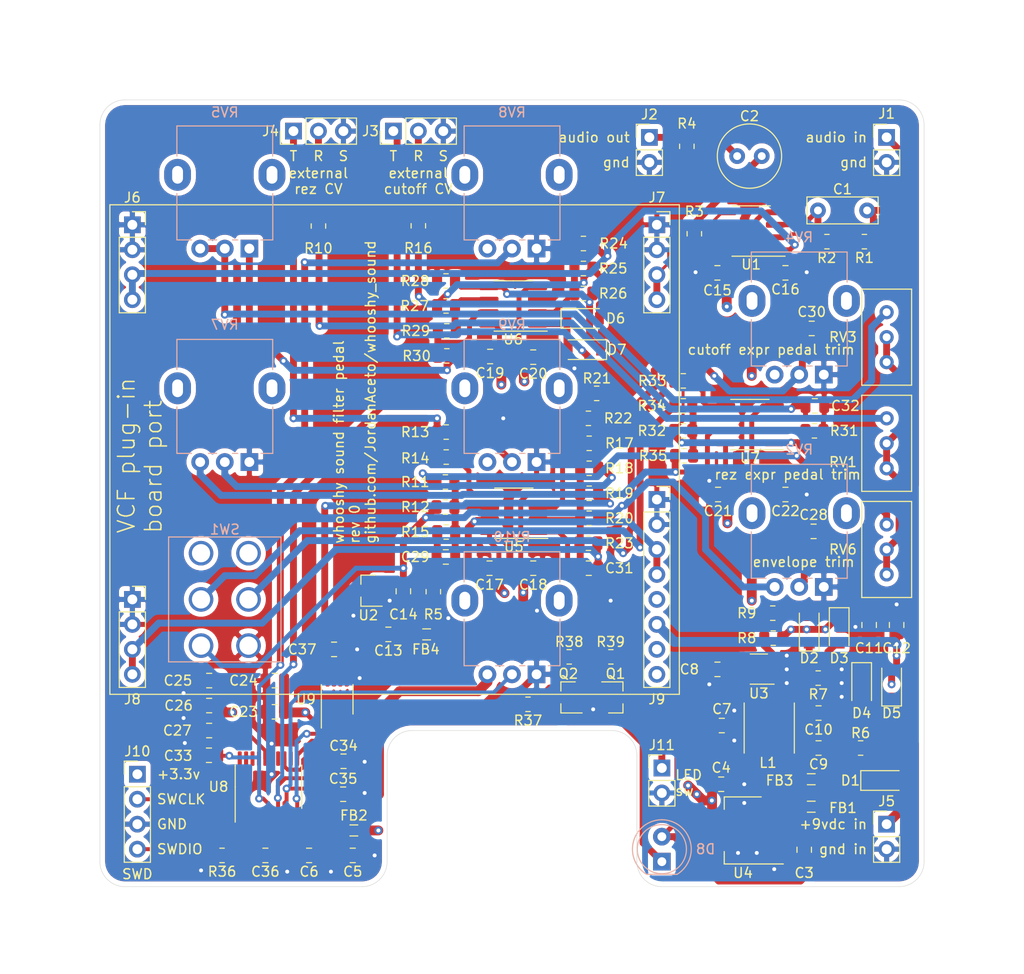
<source format=kicad_pcb>
(kicad_pcb (version 20171130) (host pcbnew 5.1.10-88a1d61d58~88~ubuntu20.04.1)
  (title_block (title "Whooshy sound main pcb") (date 2021-06-29) (rev 0) (comment 1 creativecommons.org/licenses/by/4.0/) (comment 2 "License: CC by 4.0") (comment 3 "Author: Jordan Aceto"))
  (layers (0 Top_layer signal) (1 GND_layer power) (2 Power_layer power) (31 Bottom_layer signal) (34 B.Paste user hide) (35 F.Paste user hide) (36 B.SilkS user) (37 F.SilkS user) (38 B.Mask user) (39 F.Mask user) (44 Edge.Cuts user))
  (net 0 "")
  (net 1 /input_buffer/raw_dry_signal_in)
  (net 2 "Net-(C1-Pad1)")
  (net 3 "Net-(C2-Pad2)")
  (net 4 /output_buffer/buffered_wet_signal_out)
  (net 5 GND)
  (net 6 "Net-(C3-Pad1)")
  (net 7 +3V3)
  (net 8 +3.3VA)
  (net 9 "Net-(C7-Pad1)")
  (net 10 "Net-(C8-Pad1)")
  (net 11 "Net-(C9-Pad2)")
  (net 12 "Net-(C10-Pad2)")
  (net 13 "Net-(C10-Pad1)")
  (net 14 +12V)
  (net 15 -12V)
  (net 16 -5V)
  (net 17 "Net-(C28-Pad1)")
  (net 18 "Net-(C29-Pad2)")
  (net 19 /resonance_CV_generator/summed_resonance_CV_out)
  (net 20 "Net-(C30-Pad1)")
  (net 21 "Net-(C31-Pad2)")
  (net 22 /cutoff_CV_generator/summed_cutoff_CV_out)
  (net 23 "Net-(C32-Pad1)")
  (net 24 /cutoff_CV_generator/LFO/rate_CV)
  (net 25 /cutoff_CV_generator/LFO/shape_CV)
  (net 26 /cutoff_CV_generator/LFO/level_CV)
  (net 27 "Net-(C36-Pad1)")
  (net 28 /cutoff_CV_generator/LFO/LFO_out)
  (net 29 /power_supply/9VDC_in)
  (net 30 +9V)
  (net 31 "Net-(D2-Pad1)")
  (net 32 "Net-(D5-Pad1)")
  (net 33 "Net-(D6-Pad2)")
  (net 34 "Net-(D6-Pad1)")
  (net 35 "Net-(D7-Pad1)")
  (net 36 /cutoff_CV_generator/expression_pedal_ring_current)
  (net 37 /cutoff_CV_generator/ext_cutoff_CV_in)
  (net 38 /resonance_CV_generator/expression_pedal_ring_current)
  (net 39 /resonance_CV_generator/ext_resonance_CV_in)
  (net 40 /input_buffer/buffered_dry_signal_out)
  (net 41 /output_buffer/raw_wet_signal_in)
  (net 42 /cutoff_CV_generator/LFO/SYS_SWDIO)
  (net 43 /cutoff_CV_generator/LFO/SYS_SWCLK)
  (net 44 "Net-(R3-Pad2)")
  (net 45 "Net-(R8-Pad1)")
  (net 46 "Net-(R10-Pad1)")
  (net 47 "Net-(R13-Pad1)")
  (net 48 "Net-(R16-Pad1)")
  (net 49 /cutoff_CV_generator/envelope_follower/envelope_follower_out)
  (net 50 "Net-(R21-Pad1)")
  (net 51 "Net-(R24-Pad1)")
  (net 52 "Net-(R27-Pad1)")
  (net 53 "Net-(R29-Pad1)")
  (net 54 "Net-(R30-Pad1)")
  (net 55 "Net-(R31-Pad2)")
  (net 56 "Net-(R32-Pad2)")
  (net 57 "Net-(R32-Pad1)")
  (net 58 "Net-(R33-Pad1)")
  (net 59 "Net-(R34-Pad2)")
  (net 60 "Net-(R35-Pad1)")
  (net 61 "Net-(R36-Pad1)")
  (net 62 "Net-(SW1-Pad6)")
  (net 63 "Net-(SW1-Pad3)")
  (net 64 "Net-(U8-Pad18)")
  (net 65 "Net-(U8-Pad17)")
  (net 66 "Net-(U8-Pad14)")
  (net 67 "Net-(U8-Pad13)")
  (net 68 "Net-(U8-Pad12)")
  (net 69 "Net-(U8-Pad11)")
  (net 70 "Net-(U8-Pad10)")
  (net 71 "Net-(U8-Pad9)")
  (net 72 "Net-(U8-Pad3)")
  (net 73 "Net-(U8-Pad2)")
  (net 74 "Net-(J11-Pad1)")
  (net 75 "Net-(C13-Pad2)")
  (net 76 "Net-(D8-Pad1)")
  (net 77 "Net-(Q1-Pad1)")
  (module Package_SO:SOIC-8_3.9x4.9mm_P1.27mm (layer Top_layer) (at 193.1035 104.14 180)
    (fp_text reference U7 (at 0 -3.4) (layer F.SilkS))
    (fp_text value TL072)
    (pad 8 smd roundrect (at 2.475 -1.905 180) (size 1.95 0.6) (layers Top_layer F.Paste F.Mask) (net 14 +12V))
    (pad 7 smd roundrect (at 2.475 -0.635 180) (size 1.95 0.6) (layers Top_layer F.Paste F.Mask) (net 60 "Net-(R35-Pad1)"))
    (pad 6 smd roundrect (at 2.475 0.635 180) (size 1.95 0.6) (layers Top_layer F.Paste F.Mask) (net 57 "Net-(R32-Pad1)"))
    (pad 5 smd roundrect (at 2.475 1.905 180) (size 1.95 0.6) (layers Top_layer F.Paste F.Mask) (net 58 "Net-(R33-Pad1)"))
    (pad 4 smd roundrect (at -2.475 1.905 180) (size 1.95 0.6) (layers Top_layer F.Paste F.Mask) (net 15 -12V))
    (pad 3 smd roundrect (at -2.475 0.635 180) (size 1.95 0.6) (layers Top_layer F.Paste F.Mask) (net 23 "Net-(C32-Pad1)"))
    (pad 2 smd roundrect (at -2.475 -0.635 180) (size 1.95 0.6) (layers Top_layer F.Paste F.Mask) (net 55 "Net-(R31-Pad2)"))
    (pad 1 smd roundrect (at -2.475 -1.905 180) (size 1.95 0.6) (layers Top_layer F.Paste F.Mask) (net 56 "Net-(R32-Pad2)"))
  )
  (module Package_SO:SOIC-8_3.9x4.9mm_P1.27mm (layer Top_layer) (at 169.037 92.075 180)
    (fp_text reference U6 (at 0 -3.4) (layer F.SilkS))
    (fp_text value TL072)
    (pad 8 smd roundrect (at 2.475 -1.905 180) (size 1.95 0.6) (layers Top_layer F.Paste F.Mask) (net 14 +12V))
    (pad 7 smd roundrect (at 2.475 -0.635 180) (size 1.95 0.6) (layers Top_layer F.Paste F.Mask) (net 53 "Net-(R29-Pad1)"))
    (pad 6 smd roundrect (at 2.475 0.635 180) (size 1.95 0.6) (layers Top_layer F.Paste F.Mask) (net 52 "Net-(R27-Pad1)"))
    (pad 5 smd roundrect (at 2.475 1.905 180) (size 1.95 0.6) (layers Top_layer F.Paste F.Mask) (net 35 "Net-(D7-Pad1)"))
    (pad 4 smd roundrect (at -2.475 1.905 180) (size 1.95 0.6) (layers Top_layer F.Paste F.Mask) (net 15 -12V))
    (pad 3 smd roundrect (at -2.475 0.635 180) (size 1.95 0.6) (layers Top_layer F.Paste F.Mask) (net 5 GND))
    (pad 2 smd roundrect (at -2.475 -0.635 180) (size 1.95 0.6) (layers Top_layer F.Paste F.Mask) (net 51 "Net-(R24-Pad1)"))
    (pad 1 smd roundrect (at -2.475 -1.905 180) (size 1.95 0.6) (layers Top_layer F.Paste F.Mask) (net 34 "Net-(D6-Pad1)"))
  )
  (module Package_SO:SOIC-8_3.9x4.9mm_P1.27mm (layer Top_layer) (at 169.1005 113.157 180)
    (fp_text reference U5 (at 0 -3.4) (layer F.SilkS))
    (fp_text value TL072)
    (pad 8 smd roundrect (at 2.475 -1.905 180) (size 1.95 0.6) (layers Top_layer F.Paste F.Mask) (net 14 +12V))
    (pad 7 smd roundrect (at 2.475 -0.635 180) (size 1.95 0.6) (layers Top_layer F.Paste F.Mask) (net 19 /resonance_CV_generator/summed_resonance_CV_out))
    (pad 6 smd roundrect (at 2.475 0.635 180) (size 1.95 0.6) (layers Top_layer F.Paste F.Mask) (net 18 "Net-(C29-Pad2)"))
    (pad 5 smd roundrect (at 2.475 1.905 180) (size 1.95 0.6) (layers Top_layer F.Paste F.Mask) (net 47 "Net-(R13-Pad1)"))
    (pad 4 smd roundrect (at -2.475 1.905 180) (size 1.95 0.6) (layers Top_layer F.Paste F.Mask) (net 15 -12V))
    (pad 3 smd roundrect (at -2.475 0.635 180) (size 1.95 0.6) (layers Top_layer F.Paste F.Mask) (net 50 "Net-(R21-Pad1)"))
    (pad 2 smd roundrect (at -2.475 -0.635 180) (size 1.95 0.6) (layers Top_layer F.Paste F.Mask) (net 21 "Net-(C31-Pad2)"))
    (pad 1 smd roundrect (at -2.475 -1.905 180) (size 1.95 0.6) (layers Top_layer F.Paste F.Mask) (net 22 /cutoff_CV_generator/summed_cutoff_CV_out))
  )
  (module Resistor_SMD:R_0805_2012Metric (layer Top_layer) (at 178.9665 127.762)
    (fp_text reference R39 (at -0.0235 -1.524) (layer F.SilkS))
    (fp_text value 1M)
    (pad 2 smd roundrect (at 0.9125 0) (size 1.025 1.4) (layers Top_layer F.Paste F.Mask) (roundrect_rratio 0.2439014634146341) (net 30 +9V))
    (pad 1 smd roundrect (at -0.9125 0) (size 1.025 1.4) (layers Top_layer F.Paste F.Mask) (roundrect_rratio 0.2439014634146341) (net 74 "Net-(J11-Pad1)"))
  )
  (module LED_THT:LED_D5.0mm (layer Bottom_layer) (at 184.15 148.59 90)
    (fp_text reference D8 (at 1.27 4.445 180) (layer B.SilkS) (effects (justify mirror)))
    (fp_text value LED)
    (pad 2 thru_hole circle (at 2.54 0 90) (size 1.8 1.8) (drill 0.9) (layers *.Cu *.Mask) (net 30 +9V))
    (pad 1 thru_hole rect (at 0 0 90) (size 1.8 1.8) (drill 0.9) (layers *.Cu *.Mask) (net 76 "Net-(D8-Pad1)"))
  )
  (module Resistor_SMD:R_0805_2012Metric (layer Top_layer) (at 174.7285 127.762)
    (fp_text reference R38 (at 0 -1.524) (layer F.SilkS))
    (fp_text value 100k)
    (pad 2 smd roundrect (at 0.9125 0) (size 1.025 1.4) (layers Top_layer F.Paste F.Mask) (roundrect_rratio 0.2439014634146341) (net 22 /cutoff_CV_generator/summed_cutoff_CV_out))
    (pad 1 smd roundrect (at -0.9125 0) (size 1.025 1.4) (layers Top_layer F.Paste F.Mask) (roundrect_rratio 0.2439014634146341) (net 74 "Net-(J11-Pad1)"))
  )
  (module Resistor_SMD:R_0805_2012Metric (layer Top_layer) (at 170.5375 132.588 180)
    (fp_text reference R37 (at 0 -1.65) (layer F.SilkS))
    (fp_text value 100R)
    (pad 2 smd roundrect (at 0.9125 0 180) (size 1.025 1.4) (layers Top_layer F.Paste F.Mask) (roundrect_rratio 0.2439014634146341) (net 5 GND))
    (pad 1 smd roundrect (at -0.9125 0 180) (size 1.025 1.4) (layers Top_layer F.Paste F.Mask) (roundrect_rratio 0.2439014634146341) (net 77 "Net-(Q1-Pad1)"))
  )
  (module Package_TO_SOT_SMD:SOT-23 (layer Top_layer) (at 174.641 131.887 180)
    (fp_text reference Q2 (at 0 2.413) (layer F.SilkS))
    (fp_text value MMBT3904)
    (pad 3 smd rect (at 1 0 180) (size 0.9 0.8) (layers Top_layer F.Paste F.Mask) (net 76 "Net-(D8-Pad1)"))
    (pad 2 smd rect (at -1 0.95 180) (size 0.9 0.8) (layers Top_layer F.Paste F.Mask) (net 77 "Net-(Q1-Pad1)"))
    (pad 1 smd rect (at -1 -0.95 180) (size 0.9 0.8) (layers Top_layer F.Paste F.Mask) (net 74 "Net-(J11-Pad1)"))
  )
  (module Package_TO_SOT_SMD:SOT-23 (layer Top_layer) (at 179.435 131.887)
    (fp_text reference Q1 (at 0 -2.413) (layer F.SilkS))
    (fp_text value MMBT3904)
    (pad 3 smd rect (at 1 0) (size 0.9 0.8) (layers Top_layer F.Paste F.Mask) (net 74 "Net-(J11-Pad1)"))
    (pad 2 smd rect (at -1 0.95) (size 0.9 0.8) (layers Top_layer F.Paste F.Mask) (net 5 GND))
    (pad 1 smd rect (at -1 -0.95) (size 0.9 0.8) (layers Top_layer F.Paste F.Mask) (net 77 "Net-(Q1-Pad1)"))
  )
  (module Connector_PinHeader_2.54mm:PinHeader_1x02_P2.54mm_Vertical (layer Top_layer) (at 184.15 139.065)
    (fp_text reference J11 (at 0 -2.33) (layer F.SilkS))
    (fp_text value LED_switch)
    (pad 2 thru_hole oval (at 0 2.54) (size 1.7 1.7) (drill 1) (layers *.Cu *.Mask) (net 5 GND))
    (pad 1 thru_hole rect (at 0 0) (size 1.7 1.7) (drill 1) (layers *.Cu *.Mask) (net 74 "Net-(J11-Pad1)"))
  )
  (module Inductor_SMD:L_Taiyo-Yuden_NR-50xx (layer Top_layer) (at 195.072 135.001 90)
    (fp_text reference L1 (at -3.534 -0.127 180) (layer F.SilkS))
    (fp_text value "10uH, 1.2A")
    (pad 2 smd rect (at 1.8 0 90) (size 1.5 4.2) (layers Top_layer F.Paste F.Mask) (net 12 "Net-(C10-Pad2)"))
    (pad 1 smd rect (at -1.8 0 90) (size 1.5 4.2) (layers Top_layer F.Paste F.Mask) (net 9 "Net-(C7-Pad1)"))
  )
  (module Capacitor_THT:C_Radial_D6.3mm_H11.0mm_P2.50mm (layer Top_layer) (at 191.81 76.835)
    (fp_text reference C2 (at 1.25 -4.064) (layer F.SilkS))
    (fp_text value 10u)
    (pad 2 thru_hole circle (at 2.5 0) (size 1.6 1.6) (drill 0.8) (layers *.Cu *.Mask) (net 3 "Net-(C2-Pad2)"))
    (pad 1 thru_hole circle (at 0 0) (size 1.6 1.6) (drill 0.8) (layers *.Cu *.Mask) (net 4 /output_buffer/buffered_wet_signal_out))
  )
  (module Connector_PinHeader_2.54mm:PinHeader_1x04_P2.54mm_Vertical (layer Top_layer) (at 130.81 139.7)
    (fp_text reference J10 (at 0 -2.33) (layer F.SilkS))
    (fp_text value SWD_header)
    (pad 4 thru_hole oval (at 0 7.62) (size 1.7 1.7) (drill 1) (layers *.Cu *.Mask) (net 42 /cutoff_CV_generator/LFO/SYS_SWDIO))
    (pad 3 thru_hole oval (at 0 5.08) (size 1.7 1.7) (drill 1) (layers *.Cu *.Mask) (net 5 GND))
    (pad 2 thru_hole oval (at 0 2.54) (size 1.7 1.7) (drill 1) (layers *.Cu *.Mask) (net 43 /cutoff_CV_generator/LFO/SYS_SWCLK))
    (pad 1 thru_hole rect (at 0 0) (size 1.7 1.7) (drill 1) (layers *.Cu *.Mask) (net 7 +3V3))
  )
  (module Package_SO:MSOP-8_3x3mm_P0.65mm (layer Top_layer) (at 151.13 132.08 90)
    (fp_text reference U9 (at 0 -3.175 180) (layer F.SilkS))
    (fp_text value MCP4821)
    (pad 8 smd roundrect (at 2.1125 -0.975 90) (size 1.625 0.4) (layers Top_layer F.Paste F.Mask) (net 28 /cutoff_CV_generator/LFO/LFO_out))
    (pad 7 smd roundrect (at 2.1125 -0.325 90) (size 1.625 0.4) (layers Top_layer F.Paste F.Mask) (net 5 GND))
    (pad 6 smd roundrect (at 2.1125 0.325 90) (size 1.625 0.4) (layers Top_layer F.Paste F.Mask) (net 5 GND))
    (pad 5 smd roundrect (at 2.1125 0.975 90) (size 1.625 0.4) (layers Top_layer F.Paste F.Mask) (net 5 GND))
    (pad 4 smd roundrect (at -2.1125 0.975 90) (size 1.625 0.4) (layers Top_layer F.Paste F.Mask) (net 67 "Net-(U8-Pad13)"))
    (pad 3 smd roundrect (at -2.1125 0.325 90) (size 1.625 0.4) (layers Top_layer F.Paste F.Mask) (net 69 "Net-(U8-Pad11)"))
    (pad 2 smd roundrect (at -2.1125 -0.325 90) (size 1.625 0.4) (layers Top_layer F.Paste F.Mask) (net 70 "Net-(U8-Pad10)"))
    (pad 1 smd roundrect (at -2.1125 -0.975 90) (size 1.625 0.4) (layers Top_layer F.Paste F.Mask) (net 7 +3V3))
  )
  (module Package_SO:TSSOP-20_4.4x6.5mm_P0.65mm (layer Top_layer) (at 144.145 140.97 90)
    (fp_text reference U8 (at 0 -5.08 180) (layer F.SilkS))
    (fp_text value STM32L031F4Px)
    (pad 20 smd roundrect (at 2.8625 -2.925 90) (size 1.475 0.4) (layers Top_layer F.Paste F.Mask) (net 43 /cutoff_CV_generator/LFO/SYS_SWCLK))
    (pad 19 smd roundrect (at 2.8625 -2.275 90) (size 1.475 0.4) (layers Top_layer F.Paste F.Mask) (net 42 /cutoff_CV_generator/LFO/SYS_SWDIO))
    (pad 18 smd roundrect (at 2.8625 -1.625 90) (size 1.475 0.4) (layers Top_layer F.Paste F.Mask) (net 64 "Net-(U8-Pad18)"))
    (pad 17 smd roundrect (at 2.8625 -0.975 90) (size 1.475 0.4) (layers Top_layer F.Paste F.Mask) (net 65 "Net-(U8-Pad17)"))
    (pad 16 smd roundrect (at 2.8625 -0.325 90) (size 1.475 0.4) (layers Top_layer F.Paste F.Mask) (net 7 +3V3))
    (pad 15 smd roundrect (at 2.8625 0.325 90) (size 1.475 0.4) (layers Top_layer F.Paste F.Mask) (net 5 GND))
    (pad 14 smd roundrect (at 2.8625 0.975 90) (size 1.475 0.4) (layers Top_layer F.Paste F.Mask) (net 66 "Net-(U8-Pad14)"))
    (pad 13 smd roundrect (at 2.8625 1.625 90) (size 1.475 0.4) (layers Top_layer F.Paste F.Mask) (net 67 "Net-(U8-Pad13)"))
    (pad 12 smd roundrect (at 2.8625 2.275 90) (size 1.475 0.4) (layers Top_layer F.Paste F.Mask) (net 68 "Net-(U8-Pad12)"))
    (pad 11 smd roundrect (at 2.8625 2.925 90) (size 1.475 0.4) (layers Top_layer F.Paste F.Mask) (net 69 "Net-(U8-Pad11)"))
    (pad 10 smd roundrect (at -2.8625 2.925 90) (size 1.475 0.4) (layers Top_layer F.Paste F.Mask) (net 70 "Net-(U8-Pad10)"))
    (pad 9 smd roundrect (at -2.8625 2.275 90) (size 1.475 0.4) (layers Top_layer F.Paste F.Mask) (net 71 "Net-(U8-Pad9)"))
    (pad 8 smd roundrect (at -2.8625 1.625 90) (size 1.475 0.4) (layers Top_layer F.Paste F.Mask) (net 26 /cutoff_CV_generator/LFO/level_CV))
    (pad 7 smd roundrect (at -2.8625 0.975 90) (size 1.475 0.4) (layers Top_layer F.Paste F.Mask) (net 25 /cutoff_CV_generator/LFO/shape_CV))
    (pad 6 smd roundrect (at -2.8625 0.325 90) (size 1.475 0.4) (layers Top_layer F.Paste F.Mask) (net 24 /cutoff_CV_generator/LFO/rate_CV))
    (pad 5 smd roundrect (at -2.8625 -0.325 90) (size 1.475 0.4) (layers Top_layer F.Paste F.Mask) (net 8 +3.3VA))
    (pad 4 smd roundrect (at -2.8625 -0.975 90) (size 1.475 0.4) (layers Top_layer F.Paste F.Mask) (net 27 "Net-(C36-Pad1)"))
    (pad 3 smd roundrect (at -2.8625 -1.625 90) (size 1.475 0.4) (layers Top_layer F.Paste F.Mask) (net 72 "Net-(U8-Pad3)"))
    (pad 2 smd roundrect (at -2.8625 -2.275 90) (size 1.475 0.4) (layers Top_layer F.Paste F.Mask) (net 73 "Net-(U8-Pad2)"))
    (pad 1 smd roundrect (at -2.8625 -2.925 90) (size 1.475 0.4) (layers Top_layer F.Paste F.Mask) (net 61 "Net-(R36-Pad1)"))
  )
  (module Package_TO_SOT_SMD:SOT-223-3_TabPin2 (layer Top_layer) (at 192.405 145.415 180)
    (fp_text reference U4 (at 0 -4.318) (layer F.SilkS))
    (fp_text value LT1117-3.3)
    (pad 1 smd rect (at -3.15 -2.3 180) (size 2 1.5) (layers Top_layer F.Paste F.Mask) (net 5 GND))
    (pad 3 smd rect (at -3.15 2.3 180) (size 2 1.5) (layers Top_layer F.Paste F.Mask) (net 6 "Net-(C3-Pad1)"))
    (pad 2 smd rect (at -3.15 0 180) (size 2 1.5) (layers Top_layer F.Paste F.Mask) (net 7 +3V3))
    (pad 2 smd rect (at 3.15 0 180) (size 2 3.8) (layers Top_layer F.Paste F.Mask) (net 7 +3V3))
  )
  (module Package_TO_SOT_SMD:TSOT-23-6 (layer Top_layer) (at 194.016 129.032 180)
    (fp_text reference U3 (at 0 -2.45) (layer F.SilkS))
    (fp_text value LT3467A)
    (pad 6 smd rect (at 1.31 -0.95 180) (size 1.22 0.65) (layers Top_layer F.Paste F.Mask) (net 9 "Net-(C7-Pad1)"))
    (pad 5 smd rect (at 1.31 0 180) (size 1.22 0.65) (layers Top_layer F.Paste F.Mask) (net 10 "Net-(C8-Pad1)"))
    (pad 4 smd rect (at 1.31 0.95 180) (size 1.22 0.65) (layers Top_layer F.Paste F.Mask) (net 9 "Net-(C7-Pad1)"))
    (pad 3 smd rect (at -1.31 0.95 180) (size 1.22 0.65) (layers Top_layer F.Paste F.Mask) (net 45 "Net-(R8-Pad1)"))
    (pad 2 smd rect (at -1.31 0 180) (size 1.22 0.65) (layers Top_layer F.Paste F.Mask) (net 5 GND))
    (pad 1 smd rect (at -1.31 -0.95 180) (size 1.22 0.65) (layers Top_layer F.Paste F.Mask) (net 12 "Net-(C10-Pad2)"))
  )
  (module Package_TO_SOT_SMD:SOT-23 (layer Top_layer) (at 154.305 121.031 180)
    (fp_text reference U2 (at 0 -2.5) (layer F.SilkS))
    (fp_text value LM4040DBZ-5)
    (pad 3 smd rect (at 1 0 180) (size 0.9 0.8) (layers Top_layer F.Paste F.Mask))
    (pad 2 smd rect (at -1 0.95 180) (size 0.9 0.8) (layers Top_layer F.Paste F.Mask) (net 16 -5V))
    (pad 1 smd rect (at -1 -0.95 180) (size 0.9 0.8) (layers Top_layer F.Paste F.Mask) (net 5 GND))
  )
  (module Package_SO:SOIC-8_3.9x4.9mm_P1.27mm (layer Top_layer) (at 193.232 84.455 180)
    (fp_text reference U1 (at 0 -3.4) (layer F.SilkS))
    (fp_text value TL072)
    (pad 8 smd roundrect (at 2.475 -1.905 180) (size 1.95 0.6) (layers Top_layer F.Paste F.Mask) (net 14 +12V))
    (pad 7 smd roundrect (at 2.475 -0.635 180) (size 1.95 0.6) (layers Top_layer F.Paste F.Mask) (net 44 "Net-(R3-Pad2)"))
    (pad 6 smd roundrect (at 2.475 0.635 180) (size 1.95 0.6) (layers Top_layer F.Paste F.Mask) (net 44 "Net-(R3-Pad2)"))
    (pad 5 smd roundrect (at 2.475 1.905 180) (size 1.95 0.6) (layers Top_layer F.Paste F.Mask) (net 41 /output_buffer/raw_wet_signal_in))
    (pad 4 smd roundrect (at -2.475 1.905 180) (size 1.95 0.6) (layers Top_layer F.Paste F.Mask) (net 15 -12V))
    (pad 3 smd roundrect (at -2.475 0.635 180) (size 1.95 0.6) (layers Top_layer F.Paste F.Mask) (net 2 "Net-(C1-Pad1)"))
    (pad 2 smd roundrect (at -2.475 -0.635 180) (size 1.95 0.6) (layers Top_layer F.Paste F.Mask) (net 40 /input_buffer/buffered_dry_signal_out))
    (pad 1 smd roundrect (at -2.475 -1.905 180) (size 1.95 0.6) (layers Top_layer F.Paste F.Mask) (net 40 /input_buffer/buffered_dry_signal_out))
  )
  (module whooshy_sound_footprints:DPDT_on_on (layer Bottom_layer) (at 139.7 121.92)
    (fp_text reference SW1 (at 0 -7.112) (layer B.SilkS) (effects (justify mirror)))
    (fp_text value env_invert)
    (pad 6 thru_hole circle (at 2.415 -4.7) (size 2.5 2.5) (drill 1.85) (layers *.Cu *.Mask) (net 62 "Net-(SW1-Pad6)"))
    (pad 5 thru_hole circle (at 2.415 0) (size 2.5 2.5) (drill 1.85) (layers *.Cu *.Mask) (net 58 "Net-(R33-Pad1)"))
    (pad 4 thru_hole circle (at 2.415 4.7) (size 2.5 2.5) (drill 1.85) (layers *.Cu *.Mask) (net 5 GND))
    (pad 3 thru_hole circle (at -2.415 -4.7) (size 2.5 2.5) (drill 1.85) (layers *.Cu *.Mask) (net 63 "Net-(SW1-Pad3)"))
    (pad 2 thru_hole circle (at -2.415 0) (size 2.5 2.5) (drill 1.85) (layers *.Cu *.Mask) (net 59 "Net-(R34-Pad2)"))
    (pad 1 thru_hole circle (at -2.415 4.7) (size 2.5 2.5) (drill 1.85) (layers *.Cu *.Mask) (net 16 -5V))
  )
  (module Potentiometer_THT:Potentiometer_Alpha_RD901F-40-00D_Single_Vertical (layer Bottom_layer) (at 171.41 129.54 90)
    (fp_text reference RV10 (at 13.97 -2.5 180) (layer B.SilkS) (effects (justify mirror)))
    (fp_text value 10k)
    (pad "" thru_hole oval (at 7.5 2.3) (size 2.72 3.24) (drill oval 1.1 1.8) (layers *.Cu *.Mask))
    (pad "" thru_hole oval (at 7.5 -7.3) (size 2.72 3.24) (drill oval 1.1 1.8) (layers *.Cu *.Mask))
    (pad 3 thru_hole circle (at 0 -5) (size 1.8 1.8) (drill 1) (layers *.Cu *.Mask) (net 8 +3.3VA))
    (pad 2 thru_hole circle (at 0 -2.5) (size 1.8 1.8) (drill 1) (layers *.Cu *.Mask) (net 26 /cutoff_CV_generator/LFO/level_CV))
    (pad 1 thru_hole rect (at 0 0) (size 1.8 1.8) (drill 1) (layers *.Cu *.Mask) (net 5 GND))
  )
  (module Potentiometer_THT:Potentiometer_Alpha_RD901F-40-00D_Single_Vertical (layer Bottom_layer) (at 171.41 107.95 90)
    (fp_text reference RV9 (at 13.97 -2.5 180) (layer B.SilkS) (effects (justify mirror)))
    (fp_text value 10k)
    (pad "" thru_hole oval (at 7.5 2.3) (size 2.72 3.24) (drill oval 1.1 1.8) (layers *.Cu *.Mask))
    (pad "" thru_hole oval (at 7.5 -7.3) (size 2.72 3.24) (drill oval 1.1 1.8) (layers *.Cu *.Mask))
    (pad 3 thru_hole circle (at 0 -5) (size 1.8 1.8) (drill 1) (layers *.Cu *.Mask) (net 8 +3.3VA))
    (pad 2 thru_hole circle (at 0 -2.5) (size 1.8 1.8) (drill 1) (layers *.Cu *.Mask) (net 25 /cutoff_CV_generator/LFO/shape_CV))
    (pad 1 thru_hole rect (at 0 0) (size 1.8 1.8) (drill 1) (layers *.Cu *.Mask) (net 5 GND))
  )
  (module Potentiometer_THT:Potentiometer_Alpha_RD901F-40-00D_Single_Vertical (layer Bottom_layer) (at 171.41 86.24 90)
    (fp_text reference RV8 (at 13.85 -2.5 180) (layer B.SilkS) (effects (justify mirror)))
    (fp_text value 10k)
    (pad "" thru_hole oval (at 7.5 2.3) (size 2.72 3.24) (drill oval 1.1 1.8) (layers *.Cu *.Mask))
    (pad "" thru_hole oval (at 7.5 -7.3) (size 2.72 3.24) (drill oval 1.1 1.8) (layers *.Cu *.Mask))
    (pad 3 thru_hole circle (at 0 -5) (size 1.8 1.8) (drill 1) (layers *.Cu *.Mask) (net 8 +3.3VA))
    (pad 2 thru_hole circle (at 0 -2.5) (size 1.8 1.8) (drill 1) (layers *.Cu *.Mask) (net 24 /cutoff_CV_generator/LFO/rate_CV))
    (pad 1 thru_hole rect (at 0 0) (size 1.8 1.8) (drill 1) (layers *.Cu *.Mask) (net 5 GND))
  )
  (module Potentiometer_THT:Potentiometer_Alpha_RD901F-40-00D_Single_Vertical (layer Bottom_layer) (at 142.2 107.95 90)
    (fp_text reference RV7 (at 13.97 -2.5 180) (layer B.SilkS) (effects (justify mirror)))
    (fp_text value 10k)
    (pad "" thru_hole oval (at 7.5 2.3) (size 2.72 3.24) (drill oval 1.1 1.8) (layers *.Cu *.Mask))
    (pad "" thru_hole oval (at 7.5 -7.3) (size 2.72 3.24) (drill oval 1.1 1.8) (layers *.Cu *.Mask))
    (pad 3 thru_hole circle (at 0 -5) (size 1.8 1.8) (drill 1) (layers *.Cu *.Mask) (net 60 "Net-(R35-Pad1)"))
    (pad 2 thru_hole circle (at 0 -2.5) (size 1.8 1.8) (drill 1) (layers *.Cu *.Mask) (net 49 /cutoff_CV_generator/envelope_follower/envelope_follower_out))
    (pad 1 thru_hole rect (at 0 0) (size 1.8 1.8) (drill 1) (layers *.Cu *.Mask) (net 5 GND))
  )
  (module Potentiometer_THT:Potentiometer_Bourns_3296W_Vertical (layer Top_layer) (at 207.01 114.3 90)
    (fp_text reference RV6 (at -2.54 -4.445 180) (layer F.SilkS))
    (fp_text value "100k trim")
    (pad 3 thru_hole circle (at -5.08 0 90) (size 1.44 1.44) (drill 0.8) (layers *.Cu *.Mask) (net 55 "Net-(R31-Pad2)"))
    (pad 2 thru_hole circle (at -2.54 0 90) (size 1.44 1.44) (drill 0.8) (layers *.Cu *.Mask) (net 55 "Net-(R31-Pad2)"))
    (pad 1 thru_hole circle (at 0 0 90) (size 1.44 1.44) (drill 0.8) (layers *.Cu *.Mask) (net 56 "Net-(R32-Pad2)"))
  )
  (module Potentiometer_THT:Potentiometer_Alpha_RD901F-40-00D_Single_Vertical (layer Bottom_layer) (at 142.2 86.24 90)
    (fp_text reference RV5 (at 13.85 -2.5 180) (layer B.SilkS) (effects (justify mirror)))
    (fp_text value 100k)
    (pad "" thru_hole oval (at 7.5 2.3) (size 2.72 3.24) (drill oval 1.1 1.8) (layers *.Cu *.Mask))
    (pad "" thru_hole oval (at 7.5 -7.3) (size 2.72 3.24) (drill oval 1.1 1.8) (layers *.Cu *.Mask))
    (pad 3 thru_hole circle (at 0 -5) (size 1.8 1.8) (drill 1) (layers *.Cu *.Mask) (net 23 "Net-(C32-Pad1)"))
    (pad 2 thru_hole circle (at 0 -2.5) (size 1.8 1.8) (drill 1) (layers *.Cu *.Mask) (net 23 "Net-(C32-Pad1)"))
    (pad 1 thru_hole rect (at 0 0) (size 1.8 1.8) (drill 1) (layers *.Cu *.Mask) (net 54 "Net-(R30-Pad1)"))
  )
  (module Potentiometer_THT:Potentiometer_Alpha_RD901F-40-00D_Single_Vertical (layer Bottom_layer) (at 200.62 99.06 90)
    (fp_text reference RV4 (at 13.97 -2.5 180) (layer B.SilkS) (effects (justify mirror)))
    (fp_text value 10k)
    (pad "" thru_hole oval (at 7.5 2.3) (size 2.72 3.24) (drill oval 1.1 1.8) (layers *.Cu *.Mask))
    (pad "" thru_hole oval (at 7.5 -7.3) (size 2.72 3.24) (drill oval 1.1 1.8) (layers *.Cu *.Mask))
    (pad 3 thru_hole circle (at 0 -5) (size 1.8 1.8) (drill 1) (layers *.Cu *.Mask) (net 16 -5V))
    (pad 2 thru_hole circle (at 0 -2.5) (size 1.8 1.8) (drill 1) (layers *.Cu *.Mask) (net 20 "Net-(C30-Pad1)"))
    (pad 1 thru_hole rect (at 0 0) (size 1.8 1.8) (drill 1) (layers *.Cu *.Mask) (net 5 GND))
  )
  (module Potentiometer_THT:Potentiometer_Bourns_3296W_Vertical (layer Top_layer) (at 207.01 92.71 90)
    (fp_text reference RV3 (at -2.54 -4.445 180) (layer F.SilkS))
    (fp_text value "100k trim")
    (pad 3 thru_hole circle (at -5.08 0 90) (size 1.44 1.44) (drill 0.8) (layers *.Cu *.Mask) (net 30 +9V))
    (pad 2 thru_hole circle (at -2.54 0 90) (size 1.44 1.44) (drill 0.8) (layers *.Cu *.Mask) (net 30 +9V))
    (pad 1 thru_hole circle (at 0 0 90) (size 1.44 1.44) (drill 0.8) (layers *.Cu *.Mask) (net 48 "Net-(R16-Pad1)"))
  )
  (module Potentiometer_THT:Potentiometer_Alpha_RD901F-40-00D_Single_Vertical (layer Bottom_layer) (at 200.62 120.65 90)
    (fp_text reference RV2 (at 13.97 -2.5 180) (layer B.SilkS) (effects (justify mirror)))
    (fp_text value 10k)
    (pad "" thru_hole oval (at 7.5 2.3) (size 2.72 3.24) (drill oval 1.1 1.8) (layers *.Cu *.Mask))
    (pad "" thru_hole oval (at 7.5 -7.3) (size 2.72 3.24) (drill oval 1.1 1.8) (layers *.Cu *.Mask))
    (pad 3 thru_hole circle (at 0 -5) (size 1.8 1.8) (drill 1) (layers *.Cu *.Mask) (net 16 -5V))
    (pad 2 thru_hole circle (at 0 -2.5) (size 1.8 1.8) (drill 1) (layers *.Cu *.Mask) (net 17 "Net-(C28-Pad1)"))
    (pad 1 thru_hole rect (at 0 0) (size 1.8 1.8) (drill 1) (layers *.Cu *.Mask) (net 5 GND))
  )
  (module Potentiometer_THT:Potentiometer_Bourns_3296W_Vertical (layer Top_layer) (at 207.01 103.505 90)
    (fp_text reference RV1 (at -4.445 -4.445 180) (layer F.SilkS))
    (fp_text value "100k trim")
    (pad 3 thru_hole circle (at -5.08 0 90) (size 1.44 1.44) (drill 0.8) (layers *.Cu *.Mask) (net 30 +9V))
    (pad 2 thru_hole circle (at -2.54 0 90) (size 1.44 1.44) (drill 0.8) (layers *.Cu *.Mask) (net 30 +9V))
    (pad 1 thru_hole circle (at 0 0 90) (size 1.44 1.44) (drill 0.8) (layers *.Cu *.Mask) (net 46 "Net-(R10-Pad1)"))
  )
  (module Resistor_SMD:R_0805_2012Metric (layer Top_layer) (at 139.4225 147.955 180)
    (fp_text reference R36 (at 0 -1.65) (layer F.SilkS))
    (fp_text value 10k)
    (pad 2 smd roundrect (at 0.9125 0 180) (size 1.025 1.4) (layers Top_layer F.Paste F.Mask) (roundrect_rratio 0.2439014634146341) (net 5 GND))
    (pad 1 smd roundrect (at -0.9125 0 180) (size 1.025 1.4) (layers Top_layer F.Paste F.Mask) (roundrect_rratio 0.2439014634146341) (net 61 "Net-(R36-Pad1)"))
  )
  (module Resistor_SMD:R_0805_2012Metric (layer Top_layer) (at 186.4125 107.315)
    (fp_text reference R35 (at -3.1515 0) (layer F.SilkS))
    (fp_text value 100k)
    (pad 2 smd roundrect (at 0.9125 0) (size 1.025 1.4) (layers Top_layer F.Paste F.Mask) (roundrect_rratio 0.2439014634146341) (net 57 "Net-(R32-Pad1)"))
    (pad 1 smd roundrect (at -0.9125 0) (size 1.025 1.4) (layers Top_layer F.Paste F.Mask) (roundrect_rratio 0.2439014634146341) (net 60 "Net-(R35-Pad1)"))
  )
  (module Resistor_SMD:R_0805_2012Metric (layer Top_layer) (at 186.3325 102.235 180)
    (fp_text reference R34 (at 3.1985 0) (layer F.SilkS))
    (fp_text value 270k)
    (pad 2 smd roundrect (at 0.9125 0 180) (size 1.025 1.4) (layers Top_layer F.Paste F.Mask) (roundrect_rratio 0.2439014634146341) (net 59 "Net-(R34-Pad2)"))
    (pad 1 smd roundrect (at -0.9125 0 180) (size 1.025 1.4) (layers Top_layer F.Paste F.Mask) (roundrect_rratio 0.2439014634146341) (net 57 "Net-(R32-Pad1)"))
  )
  (module Resistor_SMD:R_0805_2012Metric (layer Top_layer) (at 186.3325 99.695 180)
    (fp_text reference R33 (at 3.1515 0) (layer F.SilkS))
    (fp_text value 100k)
    (pad 2 smd roundrect (at 0.9125 0 180) (size 1.025 1.4) (layers Top_layer F.Paste F.Mask) (roundrect_rratio 0.2439014634146341) (net 56 "Net-(R32-Pad2)"))
    (pad 1 smd roundrect (at -0.9125 0 180) (size 1.025 1.4) (layers Top_layer F.Paste F.Mask) (roundrect_rratio 0.2439014634146341) (net 58 "Net-(R33-Pad1)"))
  )
  (module Resistor_SMD:R_0805_2012Metric (layer Top_layer) (at 186.3325 104.775 180)
    (fp_text reference R32 (at 3.1985 0) (layer F.SilkS))
    (fp_text value 100k)
    (pad 2 smd roundrect (at 0.9125 0 180) (size 1.025 1.4) (layers Top_layer F.Paste F.Mask) (roundrect_rratio 0.2439014634146341) (net 56 "Net-(R32-Pad2)"))
    (pad 1 smd roundrect (at -0.9125 0 180) (size 1.025 1.4) (layers Top_layer F.Paste F.Mask) (roundrect_rratio 0.2439014634146341) (net 57 "Net-(R32-Pad1)"))
  )
  (module Resistor_SMD:R_0805_2012Metric (layer Top_layer) (at 199.6675 104.775 180)
    (fp_text reference R31 (at -3.0245 0) (layer F.SilkS))
    (fp_text value 2k2)
    (pad 2 smd roundrect (at 0.9125 0 180) (size 1.025 1.4) (layers Top_layer F.Paste F.Mask) (roundrect_rratio 0.2439014634146341) (net 55 "Net-(R31-Pad2)"))
    (pad 1 smd roundrect (at -0.9125 0 180) (size 1.025 1.4) (layers Top_layer F.Paste F.Mask) (roundrect_rratio 0.2439014634146341) (net 5 GND))
  )
  (module Resistor_SMD:R_0805_2012Metric (layer Top_layer) (at 162.2825 97.155 180)
    (fp_text reference R30 (at 3.0715 0) (layer F.SilkS))
    (fp_text value 1k)
    (pad 2 smd roundrect (at 0.9125 0 180) (size 1.025 1.4) (layers Top_layer F.Paste F.Mask) (roundrect_rratio 0.2439014634146341) (net 53 "Net-(R29-Pad1)"))
    (pad 1 smd roundrect (at -0.9125 0 180) (size 1.025 1.4) (layers Top_layer F.Paste F.Mask) (roundrect_rratio 0.2439014634146341) (net 54 "Net-(R30-Pad1)"))
  )
  (module Resistor_SMD:R_0805_2012Metric (layer Top_layer) (at 162.2825 94.615)
    (fp_text reference R29 (at -3.1515 0) (layer F.SilkS))
    (fp_text value 100k)
    (pad 2 smd roundrect (at 0.9125 0) (size 1.025 1.4) (layers Top_layer F.Paste F.Mask) (roundrect_rratio 0.2439014634146341) (net 52 "Net-(R27-Pad1)"))
    (pad 1 smd roundrect (at -0.9125 0) (size 1.025 1.4) (layers Top_layer F.Paste F.Mask) (roundrect_rratio 0.2439014634146341) (net 53 "Net-(R29-Pad1)"))
  )
  (module Resistor_SMD:R_0805_2012Metric (layer Top_layer) (at 162.2025 89.535)
    (fp_text reference R28 (at -3.1515 0) (layer F.SilkS))
    (fp_text value 100k)
    (pad 2 smd roundrect (at 0.9125 0) (size 1.025 1.4) (layers Top_layer F.Paste F.Mask) (roundrect_rratio 0.2439014634146341) (net 35 "Net-(D7-Pad1)"))
    (pad 1 smd roundrect (at -0.9125 0) (size 1.025 1.4) (layers Top_layer F.Paste F.Mask) (roundrect_rratio 0.2439014634146341) (net 5 GND))
  )
  (module Resistor_SMD:R_0805_2012Metric (layer Top_layer) (at 162.2025 92.075 180)
    (fp_text reference R27 (at 3.1985 0) (layer F.SilkS))
    (fp_text value 100k)
    (pad 2 smd roundrect (at 0.9125 0 180) (size 1.025 1.4) (layers Top_layer F.Paste F.Mask) (roundrect_rratio 0.2439014634146341) (net 33 "Net-(D6-Pad2)"))
    (pad 1 smd roundrect (at -0.9125 0 180) (size 1.025 1.4) (layers Top_layer F.Paste F.Mask) (roundrect_rratio 0.2439014634146341) (net 52 "Net-(R27-Pad1)"))
  )
  (module Resistor_SMD:R_0805_2012Metric (layer Top_layer) (at 176.1725 90.805 180)
    (fp_text reference R26 (at -3.0245 0) (layer F.SilkS))
    (fp_text value 100k)
    (pad 2 smd roundrect (at 0.9125 0 180) (size 1.025 1.4) (layers Top_layer F.Paste F.Mask) (roundrect_rratio 0.2439014634146341) (net 51 "Net-(R24-Pad1)"))
    (pad 1 smd roundrect (at -0.9125 0 180) (size 1.025 1.4) (layers Top_layer F.Paste F.Mask) (roundrect_rratio 0.2439014634146341) (net 35 "Net-(D7-Pad1)"))
  )
  (module Resistor_SMD:R_0805_2012Metric (layer Top_layer) (at 176.1725 88.265 180)
    (fp_text reference R25 (at -3.0245 0) (layer F.SilkS))
    (fp_text value 100k)
    (pad 2 smd roundrect (at 0.9125 0 180) (size 1.025 1.4) (layers Top_layer F.Paste F.Mask) (roundrect_rratio 0.2439014634146341) (net 51 "Net-(R24-Pad1)"))
    (pad 1 smd roundrect (at -0.9125 0 180) (size 1.025 1.4) (layers Top_layer F.Paste F.Mask) (roundrect_rratio 0.2439014634146341) (net 33 "Net-(D6-Pad2)"))
  )
  (module Resistor_SMD:R_0805_2012Metric (layer Top_layer) (at 176.1725 85.725)
    (fp_text reference R24 (at 3.0715 0) (layer F.SilkS))
    (fp_text value 100k)
    (pad 2 smd roundrect (at 0.9125 0) (size 1.025 1.4) (layers Top_layer F.Paste F.Mask) (roundrect_rratio 0.2439014634146341) (net 40 /input_buffer/buffered_dry_signal_out))
    (pad 1 smd roundrect (at -0.9125 0) (size 1.025 1.4) (layers Top_layer F.Paste F.Mask) (roundrect_rratio 0.2439014634146341) (net 51 "Net-(R24-Pad1)"))
  )
  (module Resistor_SMD:R_0805_2012Metric (layer Top_layer) (at 176.6805 116.205 180)
    (fp_text reference R23 (at -3.1515 0) (layer F.SilkS))
    (fp_text value 100k)
    (pad 2 smd roundrect (at 0.9125 0 180) (size 1.025 1.4) (layers Top_layer F.Paste F.Mask) (roundrect_rratio 0.2439014634146341) (net 21 "Net-(C31-Pad2)"))
    (pad 1 smd roundrect (at -0.9125 0 180) (size 1.025 1.4) (layers Top_layer F.Paste F.Mask) (roundrect_rratio 0.2439014634146341) (net 22 /cutoff_CV_generator/summed_cutoff_CV_out))
  )
  (module Resistor_SMD:R_0805_2012Metric (layer Top_layer) (at 176.6805 103.505 180)
    (fp_text reference R22 (at -3.0245 0) (layer F.SilkS))
    (fp_text value 18k)
    (pad 2 smd roundrect (at 0.9125 0 180) (size 1.025 1.4) (layers Top_layer F.Paste F.Mask) (roundrect_rratio 0.2439014634146341) (net 5 GND))
    (pad 1 smd roundrect (at -0.9125 0 180) (size 1.025 1.4) (layers Top_layer F.Paste F.Mask) (roundrect_rratio 0.2439014634146341) (net 50 "Net-(R21-Pad1)"))
  )
  (module Resistor_SMD:R_0805_2012Metric (layer Top_layer) (at 177.5225 100.965 180)
    (fp_text reference R21 (at -0.0235 1.524) (layer F.SilkS))
    (fp_text value 82k)
    (pad 2 smd roundrect (at 0.9125 0 180) (size 1.025 1.4) (layers Top_layer F.Paste F.Mask) (roundrect_rratio 0.2439014634146341) (net 37 /cutoff_CV_generator/ext_cutoff_CV_in))
    (pad 1 smd roundrect (at -0.9125 0 180) (size 1.025 1.4) (layers Top_layer F.Paste F.Mask) (roundrect_rratio 0.2439014634146341) (net 50 "Net-(R21-Pad1)"))
  )
  (module Resistor_SMD:R_0805_2012Metric (layer Top_layer) (at 176.7605 113.665)
    (fp_text reference R20 (at 3.0715 0) (layer F.SilkS))
    (fp_text value 560k)
    (pad 2 smd roundrect (at 0.9125 0) (size 1.025 1.4) (layers Top_layer F.Paste F.Mask) (roundrect_rratio 0.2439014634146341) (net 16 -5V))
    (pad 1 smd roundrect (at -0.9125 0) (size 1.025 1.4) (layers Top_layer F.Paste F.Mask) (roundrect_rratio 0.2439014634146341) (net 21 "Net-(C31-Pad2)"))
  )
  (module Resistor_SMD:R_0805_2012Metric (layer Top_layer) (at 176.7605 111.125)
    (fp_text reference R19 (at 3.0715 0) (layer F.SilkS))
    (fp_text value 100k)
    (pad 2 smd roundrect (at 0.9125 0) (size 1.025 1.4) (layers Top_layer F.Paste F.Mask) (roundrect_rratio 0.2439014634146341) (net 28 /cutoff_CV_generator/LFO/LFO_out))
    (pad 1 smd roundrect (at -0.9125 0) (size 1.025 1.4) (layers Top_layer F.Paste F.Mask) (roundrect_rratio 0.2439014634146341) (net 21 "Net-(C31-Pad2)"))
  )
  (module Resistor_SMD:R_0805_2012Metric (layer Top_layer) (at 176.7605 108.585)
    (fp_text reference R18 (at 3.0715 0) (layer F.SilkS))
    (fp_text value 100k)
    (pad 2 smd roundrect (at 0.9125 0) (size 1.025 1.4) (layers Top_layer F.Paste F.Mask) (roundrect_rratio 0.2439014634146341) (net 49 /cutoff_CV_generator/envelope_follower/envelope_follower_out))
    (pad 1 smd roundrect (at -0.9125 0) (size 1.025 1.4) (layers Top_layer F.Paste F.Mask) (roundrect_rratio 0.2439014634146341) (net 21 "Net-(C31-Pad2)"))
  )
  (module Resistor_SMD:R_0805_2012Metric (layer Top_layer) (at 176.7605 106.045)
    (fp_text reference R17 (at 3.0715 0) (layer F.SilkS))
    (fp_text value 220k)
    (pad 2 smd roundrect (at 0.9125 0) (size 1.025 1.4) (layers Top_layer F.Paste F.Mask) (roundrect_rratio 0.2439014634146341) (net 20 "Net-(C30-Pad1)"))
    (pad 1 smd roundrect (at -0.9125 0) (size 1.025 1.4) (layers Top_layer F.Paste F.Mask) (roundrect_rratio 0.2439014634146341) (net 21 "Net-(C31-Pad2)"))
  )
  (module Resistor_SMD:R_0805_2012Metric (layer Top_layer) (at 159.385 83.9235 90)
    (fp_text reference R16 (at -2.2625 0 180) (layer F.SilkS))
    (fp_text value 10k)
    (pad 2 smd roundrect (at 0.9125 0 90) (size 1.025 1.4) (layers Top_layer F.Paste F.Mask) (roundrect_rratio 0.2439014634146341) (net 36 /cutoff_CV_generator/expression_pedal_ring_current))
    (pad 1 smd roundrect (at -0.9125 0 90) (size 1.025 1.4) (layers Top_layer F.Paste F.Mask) (roundrect_rratio 0.2439014634146341) (net 48 "Net-(R16-Pad1)"))
  )
  (module Resistor_SMD:R_0805_2012Metric (layer Top_layer) (at 162.219 115.062)
    (fp_text reference R15 (at -3.1515 0) (layer F.SilkS))
    (fp_text value 100k)
    (pad 2 smd roundrect (at 0.9125 0) (size 1.025 1.4) (layers Top_layer F.Paste F.Mask) (roundrect_rratio 0.2439014634146341) (net 18 "Net-(C29-Pad2)"))
    (pad 1 smd roundrect (at -0.9125 0) (size 1.025 1.4) (layers Top_layer F.Paste F.Mask) (roundrect_rratio 0.2439014634146341) (net 19 /resonance_CV_generator/summed_resonance_CV_out))
  )
  (module Resistor_SMD:R_0805_2012Metric (layer Top_layer) (at 162.219 107.442 180)
    (fp_text reference R14 (at 3.1515 -0.127) (layer F.SilkS))
    (fp_text value 18k)
    (pad 2 smd roundrect (at 0.9125 0 180) (size 1.025 1.4) (layers Top_layer F.Paste F.Mask) (roundrect_rratio 0.2439014634146341) (net 5 GND))
    (pad 1 smd roundrect (at -0.9125 0 180) (size 1.025 1.4) (layers Top_layer F.Paste F.Mask) (roundrect_rratio 0.2439014634146341) (net 47 "Net-(R13-Pad1)"))
  )
  (module Resistor_SMD:R_0805_2012Metric (layer Top_layer) (at 162.219 104.902 180)
    (fp_text reference R13 (at 3.1515 0) (layer F.SilkS))
    (fp_text value 82k)
    (pad 2 smd roundrect (at 0.9125 0 180) (size 1.025 1.4) (layers Top_layer F.Paste F.Mask) (roundrect_rratio 0.2439014634146341) (net 39 /resonance_CV_generator/ext_resonance_CV_in))
    (pad 1 smd roundrect (at -0.9125 0 180) (size 1.025 1.4) (layers Top_layer F.Paste F.Mask) (roundrect_rratio 0.2439014634146341) (net 47 "Net-(R13-Pad1)"))
  )
  (module Resistor_SMD:R_0805_2012Metric (layer Top_layer) (at 162.139 112.522 180)
    (fp_text reference R12 (at 3.0715 0) (layer F.SilkS))
    (fp_text value 560k)
    (pad 2 smd roundrect (at 0.9125 0 180) (size 1.025 1.4) (layers Top_layer F.Paste F.Mask) (roundrect_rratio 0.2439014634146341) (net 16 -5V))
    (pad 1 smd roundrect (at -0.9125 0 180) (size 1.025 1.4) (layers Top_layer F.Paste F.Mask) (roundrect_rratio 0.2439014634146341) (net 18 "Net-(C29-Pad2)"))
  )
  (module Resistor_SMD:R_0805_2012Metric (layer Top_layer) (at 162.139 109.982 180)
    (fp_text reference R11 (at 3.0715 0) (layer F.SilkS))
    (fp_text value 220k)
    (pad 2 smd roundrect (at 0.9125 0 180) (size 1.025 1.4) (layers Top_layer F.Paste F.Mask) (roundrect_rratio 0.2439014634146341) (net 17 "Net-(C28-Pad1)"))
    (pad 1 smd roundrect (at -0.9125 0 180) (size 1.025 1.4) (layers Top_layer F.Paste F.Mask) (roundrect_rratio 0.2439014634146341) (net 18 "Net-(C29-Pad2)"))
  )
  (module Resistor_SMD:R_0805_2012Metric (layer Top_layer) (at 149.225 83.947 90)
    (fp_text reference R10 (at -2.2625 0 180) (layer F.SilkS))
    (fp_text value 10k)
    (pad 2 smd roundrect (at 0.9125 0 90) (size 1.025 1.4) (layers Top_layer F.Paste F.Mask) (roundrect_rratio 0.2439014634146341) (net 38 /resonance_CV_generator/expression_pedal_ring_current))
    (pad 1 smd roundrect (at -0.9125 0 90) (size 1.025 1.4) (layers Top_layer F.Paste F.Mask) (roundrect_rratio 0.2439014634146341) (net 46 "Net-(R10-Pad1)"))
  )
  (module Resistor_SMD:R_0805_2012Metric (layer Top_layer) (at 195.4295 123.317 180)
    (fp_text reference R9 (at 2.6435 0) (layer F.SilkS))
    (fp_text value 13k3)
    (pad 2 smd roundrect (at 0.9125 0 180) (size 1.025 1.4) (layers Top_layer F.Paste F.Mask) (roundrect_rratio 0.2439014634146341) (net 45 "Net-(R8-Pad1)"))
    (pad 1 smd roundrect (at -0.9125 0 180) (size 1.025 1.4) (layers Top_layer F.Paste F.Mask) (roundrect_rratio 0.2439014634146341) (net 5 GND))
  )
  (module Resistor_SMD:R_0805_2012Metric (layer Top_layer) (at 195.4765 125.857)
    (fp_text reference R8 (at -2.6905 0) (layer F.SilkS))
    (fp_text value 114k)
    (pad 2 smd roundrect (at 0.9125 0) (size 1.025 1.4) (layers Top_layer F.Paste F.Mask) (roundrect_rratio 0.2439014634146341) (net 14 +12V))
    (pad 1 smd roundrect (at -0.9125 0) (size 1.025 1.4) (layers Top_layer F.Paste F.Mask) (roundrect_rratio 0.2439014634146341) (net 45 "Net-(R8-Pad1)"))
  )
  (module Resistor_SMD:R_0805_2012Metric (layer Top_layer) (at 200.0485 129.921)
    (fp_text reference R7 (at 0 1.651) (layer F.SilkS))
    (fp_text value 1R)
    (pad 2 smd roundrect (at 0.9125 0) (size 1.025 1.4) (layers Top_layer F.Paste F.Mask) (roundrect_rratio 0.2439014634146341) (net 13 "Net-(C10-Pad1)"))
    (pad 1 smd roundrect (at -0.9125 0) (size 1.025 1.4) (layers Top_layer F.Paste F.Mask) (roundrect_rratio 0.2439014634146341) (net 31 "Net-(D2-Pad1)"))
  )
  (module Resistor_SMD:R_0805_2012Metric (layer Top_layer) (at 204.3665 137.033)
    (fp_text reference R6 (at 0 -1.524) (layer F.SilkS))
    (fp_text value 1R)
    (pad 1 smd roundrect (at -0.9125 0) (size 1.025 1.4) (layers Top_layer F.Paste F.Mask) (roundrect_rratio 0.2439014634146341) (net 11 "Net-(C9-Pad2)"))
    (pad 2 smd roundrect (at 0.9125 0) (size 1.025 1.4) (layers Top_layer F.Paste F.Mask) (roundrect_rratio 0.2439014634146341) (net 32 "Net-(D5-Pad1)"))
  )
  (module Resistor_SMD:R_0805_2012Metric (layer Top_layer) (at 160.909 121.1345 270)
    (fp_text reference R5 (at 2.3095 0 180) (layer F.SilkS))
    (fp_text value 2k2)
    (pad 2 smd roundrect (at 0.9125 0 270) (size 1.025 1.4) (layers Top_layer F.Paste F.Mask) (roundrect_rratio 0.2439014634146341) (net 75 "Net-(C13-Pad2)"))
    (pad 1 smd roundrect (at -0.9125 0 270) (size 1.025 1.4) (layers Top_layer F.Paste F.Mask) (roundrect_rratio 0.2439014634146341) (net 16 -5V))
  )
  (module Resistor_SMD:R_0805_2012Metric (layer Top_layer) (at 186.69 75.8425 270)
    (fp_text reference R4 (at -2.3095 0 180) (layer F.SilkS))
    (fp_text value 1M)
    (pad 2 smd roundrect (at 0.9125 0 270) (size 1.025 1.4) (layers Top_layer F.Paste F.Mask) (roundrect_rratio 0.2439014634146341) (net 5 GND))
    (pad 1 smd roundrect (at -0.9125 0 270) (size 1.025 1.4) (layers Top_layer F.Paste F.Mask) (roundrect_rratio 0.2439014634146341) (net 4 /output_buffer/buffered_wet_signal_out))
  )
  (module Resistor_SMD:R_0805_2012Metric (layer Top_layer) (at 187.452 84.7325 270)
    (fp_text reference R3 (at -2.2625 0 180) (layer F.SilkS))
    (fp_text value 1k)
    (pad 2 smd roundrect (at 0.9125 0 270) (size 1.025 1.4) (layers Top_layer F.Paste F.Mask) (roundrect_rratio 0.2439014634146341) (net 44 "Net-(R3-Pad2)"))
    (pad 1 smd roundrect (at -0.9125 0 270) (size 1.025 1.4) (layers Top_layer F.Paste F.Mask) (roundrect_rratio 0.2439014634146341) (net 3 "Net-(C2-Pad2)"))
  )
  (module Resistor_SMD:R_0805_2012Metric (layer Top_layer) (at 200.9375 85.5345)
    (fp_text reference R2 (at -0.0235 1.651) (layer F.SilkS))
    (fp_text value 2M2)
    (pad 2 smd roundrect (at 0.9125 0) (size 1.025 1.4) (layers Top_layer F.Paste F.Mask) (roundrect_rratio 0.2439014634146341) (net 5 GND))
    (pad 1 smd roundrect (at -0.9125 0) (size 1.025 1.4) (layers Top_layer F.Paste F.Mask) (roundrect_rratio 0.2439014634146341) (net 2 "Net-(C1-Pad1)"))
  )
  (module Resistor_SMD:R_0805_2012Metric (layer Top_layer) (at 204.7475 85.5345 180)
    (fp_text reference R1 (at 0 -1.651) (layer F.SilkS))
    (fp_text value 2M2)
    (pad 2 smd roundrect (at 0.9125 0 180) (size 1.025 1.4) (layers Top_layer F.Paste F.Mask) (roundrect_rratio 0.2439014634146341) (net 5 GND))
    (pad 1 smd roundrect (at -0.9125 0 180) (size 1.025 1.4) (layers Top_layer F.Paste F.Mask) (roundrect_rratio 0.2439014634146341) (net 1 /input_buffer/raw_dry_signal_in))
  )
  (module Connector_PinSocket_2.54mm:PinSocket_1x08_P2.54mm_Vertical (layer Top_layer) (at 183.642 111.76)
    (fp_text reference J9 (at 0 20.32) (layer F.SilkS))
    (fp_text value rez_CV_and_PS)
    (pad 8 thru_hole oval (at 0 17.78) (size 1.7 1.7) (drill 1) (layers *.Cu *.Mask) (net 14 +12V))
    (pad 7 thru_hole oval (at 0 15.24) (size 1.7 1.7) (drill 1) (layers *.Cu *.Mask) (net 14 +12V))
    (pad 6 thru_hole oval (at 0 12.7) (size 1.7 1.7) (drill 1) (layers *.Cu *.Mask) (net 15 -12V))
    (pad 5 thru_hole oval (at 0 10.16) (size 1.7 1.7) (drill 1) (layers *.Cu *.Mask) (net 15 -12V))
    (pad 4 thru_hole oval (at 0 7.62) (size 1.7 1.7) (drill 1) (layers *.Cu *.Mask) (net 19 /resonance_CV_generator/summed_resonance_CV_out))
    (pad 3 thru_hole oval (at 0 5.08) (size 1.7 1.7) (drill 1) (layers *.Cu *.Mask) (net 19 /resonance_CV_generator/summed_resonance_CV_out))
    (pad 2 thru_hole oval (at 0 2.54) (size 1.7 1.7) (drill 1) (layers *.Cu *.Mask) (net 5 GND))
    (pad 1 thru_hole rect (at 0 0) (size 1.7 1.7) (drill 1) (layers *.Cu *.Mask) (net 5 GND))
  )
  (module Connector_PinSocket_2.54mm:PinSocket_1x04_P2.54mm_Vertical (layer Top_layer) (at 130.302 121.92)
    (fp_text reference J8 (at 0 10.16) (layer F.SilkS))
    (fp_text value cutoff_CV_in)
    (pad 4 thru_hole oval (at 0 7.62) (size 1.7 1.7) (drill 1) (layers *.Cu *.Mask) (net 22 /cutoff_CV_generator/summed_cutoff_CV_out))
    (pad 3 thru_hole oval (at 0 5.08) (size 1.7 1.7) (drill 1) (layers *.Cu *.Mask) (net 22 /cutoff_CV_generator/summed_cutoff_CV_out))
    (pad 2 thru_hole oval (at 0 2.54) (size 1.7 1.7) (drill 1) (layers *.Cu *.Mask) (net 5 GND))
    (pad 1 thru_hole rect (at 0 0) (size 1.7 1.7) (drill 1) (layers *.Cu *.Mask) (net 5 GND))
  )
  (module Connector_PinSocket_2.54mm:PinSocket_1x04_P2.54mm_Vertical (layer Top_layer) (at 183.642 83.82)
    (fp_text reference J7 (at 0 -2.77) (layer F.SilkS))
    (fp_text value signal_out)
    (pad 4 thru_hole oval (at 0 7.62) (size 1.7 1.7) (drill 1) (layers *.Cu *.Mask) (net 41 /output_buffer/raw_wet_signal_in))
    (pad 3 thru_hole oval (at 0 5.08) (size 1.7 1.7) (drill 1) (layers *.Cu *.Mask) (net 41 /output_buffer/raw_wet_signal_in))
    (pad 2 thru_hole oval (at 0 2.54) (size 1.7 1.7) (drill 1) (layers *.Cu *.Mask) (net 5 GND))
    (pad 1 thru_hole rect (at 0 0) (size 1.7 1.7) (drill 1) (layers *.Cu *.Mask) (net 5 GND))
  )
  (module Connector_PinSocket_2.54mm:PinSocket_1x04_P2.54mm_Vertical (layer Top_layer) (at 130.302 83.82)
    (fp_text reference J6 (at 0 -2.77) (layer F.SilkS))
    (fp_text value signal_in)
    (pad 4 thru_hole oval (at 0 7.62) (size 1.7 1.7) (drill 1) (layers *.Cu *.Mask) (net 40 /input_buffer/buffered_dry_signal_out))
    (pad 3 thru_hole oval (at 0 5.08) (size 1.7 1.7) (drill 1) (layers *.Cu *.Mask) (net 40 /input_buffer/buffered_dry_signal_out))
    (pad 2 thru_hole oval (at 0 2.54) (size 1.7 1.7) (drill 1) (layers *.Cu *.Mask) (net 5 GND))
    (pad 1 thru_hole rect (at 0 0) (size 1.7 1.7) (drill 1) (layers *.Cu *.Mask) (net 5 GND))
  )
  (module Connector_PinHeader_2.54mm:PinHeader_1x02_P2.54mm_Vertical (layer Top_layer) (at 207.01 144.78)
    (fp_text reference J5 (at 0 -2.33) (layer F.SilkS))
    (fp_text value 9VDC_in)
    (pad 2 thru_hole oval (at 0 2.54) (size 1.7 1.7) (drill 1) (layers *.Cu *.Mask) (net 5 GND))
    (pad 1 thru_hole rect (at 0 0) (size 1.7 1.7) (drill 1) (layers *.Cu *.Mask) (net 29 /power_supply/9VDC_in))
  )
  (module Connector_PinHeader_2.54mm:PinHeader_1x03_P2.54mm_Vertical (layer Top_layer) (at 146.685 74.295 90)
    (fp_text reference J4 (at 0 -2.33 180) (layer F.SilkS))
    (fp_text value extern_rez_CV_TRS)
    (pad 3 thru_hole oval (at 0 5.08 90) (size 1.7 1.7) (drill 1) (layers *.Cu *.Mask) (net 5 GND))
    (pad 2 thru_hole oval (at 0 2.54 90) (size 1.7 1.7) (drill 1) (layers *.Cu *.Mask) (net 38 /resonance_CV_generator/expression_pedal_ring_current))
    (pad 1 thru_hole rect (at 0 0 90) (size 1.7 1.7) (drill 1) (layers *.Cu *.Mask) (net 39 /resonance_CV_generator/ext_resonance_CV_in))
  )
  (module Connector_PinHeader_2.54mm:PinHeader_1x03_P2.54mm_Vertical (layer Top_layer) (at 156.845 74.295 90)
    (fp_text reference J3 (at 0 -2.33 180) (layer F.SilkS))
    (fp_text value extern_cutoff_CV_TRS)
    (pad 3 thru_hole oval (at 0 5.08 90) (size 1.7 1.7) (drill 1) (layers *.Cu *.Mask) (net 5 GND))
    (pad 2 thru_hole oval (at 0 2.54 90) (size 1.7 1.7) (drill 1) (layers *.Cu *.Mask) (net 36 /cutoff_CV_generator/expression_pedal_ring_current))
    (pad 1 thru_hole rect (at 0 0 90) (size 1.7 1.7) (drill 1) (layers *.Cu *.Mask) (net 37 /cutoff_CV_generator/ext_cutoff_CV_in))
  )
  (module Connector_PinHeader_2.54mm:PinHeader_1x02_P2.54mm_Vertical (layer Top_layer) (at 182.88 74.93)
    (fp_text reference J2 (at 0 -2.33) (layer F.SilkS))
    (fp_text value audio_out)
    (pad 2 thru_hole oval (at 0 2.54) (size 1.7 1.7) (drill 1) (layers *.Cu *.Mask) (net 5 GND))
    (pad 1 thru_hole rect (at 0 0) (size 1.7 1.7) (drill 1) (layers *.Cu *.Mask) (net 4 /output_buffer/buffered_wet_signal_out))
  )
  (module Connector_PinHeader_2.54mm:PinHeader_1x02_P2.54mm_Vertical (layer Top_layer) (at 207.01 74.93)
    (fp_text reference J1 (at 0 -2.413) (layer F.SilkS))
    (fp_text value audio_in)
    (pad 2 thru_hole oval (at 0 2.54) (size 1.7 1.7) (drill 1) (layers *.Cu *.Mask) (net 5 GND))
    (pad 1 thru_hole rect (at 0 0) (size 1.7 1.7) (drill 1) (layers *.Cu *.Mask) (net 1 /input_buffer/raw_dry_signal_in))
  )
  (module Inductor_SMD:L_0805_2012Metric (layer Top_layer) (at 160.2275 125.476 180)
    (fp_text reference FB4 (at 0.0805 -1.524) (layer F.SilkS))
    (fp_text value "100R @ 100MHz")
    (pad 2 smd roundrect (at 1.0625 0 180) (size 0.875 1.2) (layers Top_layer F.Paste F.Mask) (net 75 "Net-(C13-Pad2)"))
    (pad 1 smd roundrect (at -1.0625 0 180) (size 0.875 1.2) (layers Top_layer F.Paste F.Mask) (net 15 -12V))
  )
  (module Inductor_SMD:L_0805_2012Metric (layer Top_layer) (at 199.3435 140.208)
    (fp_text reference FB3 (at -3.2215 0.127) (layer F.SilkS))
    (fp_text value "100R @ 100MHz")
    (pad 2 smd roundrect (at 1.0625 0) (size 0.875 1.2) (layers Top_layer F.Paste F.Mask) (net 30 +9V))
    (pad 1 smd roundrect (at -1.0625 0) (size 0.875 1.2) (layers Top_layer F.Paste F.Mask) (net 9 "Net-(C7-Pad1)"))
  )
  (module Inductor_SMD:L_0805_2012Metric (layer Top_layer) (at 152.8275 145.415)
    (fp_text reference FB2 (at 0 -1.524) (layer F.SilkS))
    (fp_text value "100R @ 100MHz")
    (pad 2 smd roundrect (at 1.0625 0) (size 0.875 1.2) (layers Top_layer F.Paste F.Mask) (net 7 +3V3))
    (pad 1 smd roundrect (at -1.0625 0) (size 0.875 1.2) (layers Top_layer F.Paste F.Mask) (net 8 +3.3VA))
  )
  (module Inductor_SMD:L_0805_2012Metric (layer Top_layer) (at 199.3435 143.002)
    (fp_text reference FB1 (at 3.2215 0.127) (layer F.SilkS))
    (fp_text value "100R @ 100MHz")
    (pad 2 smd roundrect (at 1.0625 0) (size 0.875 1.2) (layers Top_layer F.Paste F.Mask) (net 30 +9V))
    (pad 1 smd roundrect (at -1.0625 0) (size 0.875 1.2) (layers Top_layer F.Paste F.Mask) (net 6 "Net-(C3-Pad1)"))
  )
  (module Diode_SMD:D_SOD-123 (layer Top_layer) (at 176.275 96.52 180)
    (fp_text reference D7 (at -3.303 0) (layer F.SilkS))
    (fp_text value 1N4148W)
    (pad 2 smd rect (at 1.65 0 180) (size 0.9 1.2) (layers Top_layer F.Paste F.Mask) (net 34 "Net-(D6-Pad1)"))
    (pad 1 smd rect (at -1.65 0 180) (size 0.9 1.2) (layers Top_layer F.Paste F.Mask) (net 35 "Net-(D7-Pad1)"))
  )
  (module Diode_SMD:D_SOD-123 (layer Top_layer) (at 176.15 93.345)
    (fp_text reference D6 (at 3.301 0) (layer F.SilkS))
    (fp_text value 1N4148W)
    (pad 2 smd rect (at 1.65 0) (size 0.9 1.2) (layers Top_layer F.Paste F.Mask) (net 33 "Net-(D6-Pad2)"))
    (pad 1 smd rect (at -1.65 0) (size 0.9 1.2) (layers Top_layer F.Paste F.Mask) (net 34 "Net-(D6-Pad1)"))
  )
  (module Diode_SMD:D_SOD-123F (layer Top_layer) (at 207.518 130.559 90)
    (fp_text reference D5 (at -2.918 0 180) (layer F.SilkS))
    (fp_text value PMEG2010AEH)
    (pad 2 smd rect (at 1.4 0 90) (size 1.1 1.1) (layers Top_layer F.Paste F.Mask) (net 15 -12V))
    (pad 1 smd rect (at -1.4 0 90) (size 1.1 1.1) (layers Top_layer F.Paste F.Mask) (net 32 "Net-(D5-Pad1)"))
  )
  (module Diode_SMD:D_SOD-123F (layer Top_layer) (at 204.47 130.553 270)
    (fp_text reference D4 (at 2.924 0 180) (layer F.SilkS))
    (fp_text value PMEG2010AEH)
    (pad 2 smd rect (at 1.4 0 270) (size 1.1 1.1) (layers Top_layer F.Paste F.Mask) (net 11 "Net-(C9-Pad2)"))
    (pad 1 smd rect (at -1.4 0 270) (size 1.1 1.1) (layers Top_layer F.Paste F.Mask) (net 5 GND))
  )
  (module Diode_SMD:D_SOD-123F (layer Top_layer) (at 202.184 124.965 270)
    (fp_text reference D3 (at 2.924 0 180) (layer F.SilkS))
    (fp_text value PMEG2010AEH)
    (pad 2 smd rect (at 1.4 0 270) (size 1.1 1.1) (layers Top_layer F.Paste F.Mask) (net 13 "Net-(C10-Pad1)"))
    (pad 1 smd rect (at -1.4 0 270) (size 1.1 1.1) (layers Top_layer F.Paste F.Mask) (net 14 +12V))
  )
  (module Diode_SMD:D_SOD-123F (layer Top_layer) (at 199.136 124.965 90)
    (fp_text reference D2 (at -2.924 0 180) (layer F.SilkS))
    (fp_text value PMEG2010AEH)
    (pad 2 smd rect (at 1.4 0 90) (size 1.1 1.1) (layers Top_layer F.Paste F.Mask) (net 5 GND))
    (pad 1 smd rect (at -1.4 0 90) (size 1.1 1.1) (layers Top_layer F.Paste F.Mask) (net 31 "Net-(D2-Pad1)"))
  )
  (module Diode_SMD:D_SOD-123 (layer Top_layer) (at 206.63 140.335)
    (fp_text reference D1 (at -3.303 0) (layer F.SilkS))
    (fp_text value B5819W)
    (pad 2 smd rect (at 1.65 0) (size 0.9 1.2) (layers Top_layer F.Paste F.Mask) (net 29 /power_supply/9VDC_in))
    (pad 1 smd rect (at -1.65 0) (size 0.9 1.2) (layers Top_layer F.Paste F.Mask) (net 30 +9V))
  )
  (module Capacitor_SMD:C_0805_2012Metric (layer Top_layer) (at 150.815 127)
    (fp_text reference C37 (at -3.241 0) (layer F.SilkS))
    (fp_text value 1u)
    (pad 2 smd roundrect (at 0.95 0) (size 1 1.45) (layers Top_layer F.Paste F.Mask) (net 5 GND))
    (pad 1 smd roundrect (at -0.95 0) (size 1 1.45) (layers Top_layer F.Paste F.Mask) (net 28 /cutoff_CV_generator/LFO/LFO_out))
  )
  (module Capacitor_SMD:C_0805_2012Metric (layer Top_layer) (at 143.83 147.955)
    (fp_text reference C36 (at 0 1.651) (layer F.SilkS))
    (fp_text value 100n)
    (pad 2 smd roundrect (at 0.95 0) (size 1 1.45) (layers Top_layer F.Paste F.Mask) (net 5 GND))
    (pad 1 smd roundrect (at -0.95 0) (size 1 1.45) (layers Top_layer F.Paste F.Mask) (net 27 "Net-(C36-Pad1)"))
  )
  (module Capacitor_SMD:C_0805_2012Metric (layer Top_layer) (at 151.7396 141.732)
    (fp_text reference C35 (at 0 -1.5748) (layer F.SilkS))
    (fp_text value 100n)
    (pad 2 smd roundrect (at 0.95 0) (size 1 1.45) (layers Top_layer F.Paste F.Mask) (net 5 GND))
    (pad 1 smd roundrect (at -0.95 0) (size 1 1.45) (layers Top_layer F.Paste F.Mask) (net 26 /cutoff_CV_generator/LFO/level_CV))
  )
  (module Capacitor_SMD:C_0805_2012Metric (layer Top_layer) (at 151.7752 138.3792)
    (fp_text reference C34 (at 0 -1.5748) (layer F.SilkS))
    (fp_text value 100n)
    (pad 2 smd roundrect (at 0.95 0) (size 1 1.45) (layers Top_layer F.Paste F.Mask) (net 5 GND))
    (pad 1 smd roundrect (at -0.95 0) (size 1 1.45) (layers Top_layer F.Paste F.Mask) (net 25 /cutoff_CV_generator/LFO/shape_CV))
  )
  (module Capacitor_SMD:C_0805_2012Metric (layer Top_layer) (at 138.0896 137.7696 180)
    (fp_text reference C33 (at 3.1344 -0.0508) (layer F.SilkS))
    (fp_text value 100n)
    (pad 2 smd roundrect (at 0.95 0 180) (size 1 1.45) (layers Top_layer F.Paste F.Mask) (net 5 GND))
    (pad 1 smd roundrect (at -0.95 0 180) (size 1 1.45) (layers Top_layer F.Paste F.Mask) (net 24 /cutoff_CV_generator/LFO/rate_CV))
  )
  (module Capacitor_SMD:C_0805_2012Metric (layer Top_layer) (at 199.71 102.235)
    (fp_text reference C32 (at 3.109 0) (layer F.SilkS))
    (fp_text value 2u2)
    (pad 2 smd roundrect (at 0.95 0) (size 1 1.45) (layers Top_layer F.Paste F.Mask) (net 5 GND))
    (pad 1 smd roundrect (at -0.95 0) (size 1 1.45) (layers Top_layer F.Paste F.Mask) (net 23 "Net-(C32-Pad1)"))
  )
  (module Capacitor_SMD:C_0805_2012Metric (layer Top_layer) (at 176.718 118.745 180)
    (fp_text reference C31 (at -3.114 0) (layer F.SilkS))
    (fp_text value 22n)
    (pad 2 smd roundrect (at 0.95 0 180) (size 1 1.45) (layers Top_layer F.Paste F.Mask) (net 21 "Net-(C31-Pad2)"))
    (pad 1 smd roundrect (at -0.95 0 180) (size 1 1.45) (layers Top_layer F.Paste F.Mask) (net 22 /cutoff_CV_generator/summed_cutoff_CV_out))
  )
  (module Capacitor_SMD:C_0805_2012Metric (layer Top_layer) (at 199.39 94.361)
    (fp_text reference C30 (at 0 -1.68) (layer F.SilkS))
    (fp_text value 100n)
    (pad 2 smd roundrect (at 0.95 0) (size 1 1.45) (layers Top_layer F.Paste F.Mask) (net 5 GND))
    (pad 1 smd roundrect (at -0.95 0) (size 1 1.45) (layers Top_layer F.Paste F.Mask) (net 20 "Net-(C30-Pad1)"))
  )
  (module Capacitor_SMD:C_0805_2012Metric (layer Top_layer) (at 162.1815 117.602)
    (fp_text reference C29 (at -3.114 0) (layer F.SilkS))
    (fp_text value 22n)
    (pad 2 smd roundrect (at 0.95 0) (size 1 1.45) (layers Top_layer F.Paste F.Mask) (net 18 "Net-(C29-Pad2)"))
    (pad 1 smd roundrect (at -0.95 0) (size 1 1.45) (layers Top_layer F.Paste F.Mask) (net 19 /resonance_CV_generator/summed_resonance_CV_out))
  )
  (module Capacitor_SMD:C_0805_2012Metric (layer Top_layer) (at 199.5805 114.9985)
    (fp_text reference C28 (at 0 -1.68) (layer F.SilkS))
    (fp_text value 100n)
    (pad 2 smd roundrect (at 0.95 0) (size 1 1.45) (layers Top_layer F.Paste F.Mask) (net 5 GND))
    (pad 1 smd roundrect (at -0.95 0) (size 1 1.45) (layers Top_layer F.Paste F.Mask) (net 17 "Net-(C28-Pad1)"))
  )
  (module Capacitor_SMD:C_0805_2012Metric (layer Top_layer) (at 138.11 135.255 180)
    (fp_text reference C27 (at 3.236 0) (layer F.SilkS))
    (fp_text value 100n)
    (pad 2 smd roundrect (at 0.95 0 180) (size 1 1.45) (layers Top_layer F.Paste F.Mask) (net 5 GND))
    (pad 1 smd roundrect (at -0.95 0 180) (size 1 1.45) (layers Top_layer F.Paste F.Mask) (net 7 +3V3))
  )
  (module Capacitor_SMD:C_0805_2012Metric (layer Top_layer) (at 138.11 132.715 180)
    (fp_text reference C26 (at 3.109 0) (layer F.SilkS))
    (fp_text value 100n)
    (pad 2 smd roundrect (at 0.95 0 180) (size 1 1.45) (layers Top_layer F.Paste F.Mask) (net 5 GND))
    (pad 1 smd roundrect (at -0.95 0 180) (size 1 1.45) (layers Top_layer F.Paste F.Mask) (net 7 +3V3))
  )
  (module Capacitor_SMD:C_0805_2012Metric (layer Top_layer) (at 138.115 130.175 180)
    (fp_text reference C25 (at 3.175 0) (layer F.SilkS))
    (fp_text value 10u)
    (pad 2 smd roundrect (at 0.95 0 180) (size 1 1.45) (layers Top_layer F.Paste F.Mask) (net 5 GND))
    (pad 1 smd roundrect (at -0.95 0 180) (size 1 1.45) (layers Top_layer F.Paste F.Mask) (net 7 +3V3))
  )
  (module Capacitor_SMD:C_0805_2012Metric (layer Top_layer) (at 144.78 130.175 180)
    (fp_text reference C24 (at 3.175 0) (layer F.SilkS))
    (fp_text value 100n)
    (pad 2 smd roundrect (at 0.95 0 180) (size 1 1.45) (layers Top_layer F.Paste F.Mask) (net 5 GND))
    (pad 1 smd roundrect (at -0.95 0 180) (size 1 1.45) (layers Top_layer F.Paste F.Mask) (net 7 +3V3))
  )
  (module Capacitor_SMD:C_0805_2012Metric (layer Top_layer) (at 144.78 133.35 180)
    (fp_text reference C23 (at 3.175 0) (layer F.SilkS))
    (fp_text value 10u)
    (pad 2 smd roundrect (at 0.95 0 180) (size 1 1.45) (layers Top_layer F.Paste F.Mask) (net 5 GND))
    (pad 1 smd roundrect (at -0.95 0 180) (size 1 1.45) (layers Top_layer F.Paste F.Mask) (net 7 +3V3))
  )
  (module Capacitor_SMD:C_0805_2012Metric (layer Top_layer) (at 196.7205 111.252 180)
    (fp_text reference C22 (at 0 -1.68) (layer F.SilkS))
    (fp_text value 100n)
    (pad 2 smd roundrect (at 0.95 0 180) (size 1 1.45) (layers Top_layer F.Paste F.Mask) (net 15 -12V))
    (pad 1 smd roundrect (at -0.95 0 180) (size 1 1.45) (layers Top_layer F.Paste F.Mask) (net 5 GND))
  )
  (module Capacitor_SMD:C_0805_2012Metric (layer Top_layer) (at 189.865 111.252 180)
    (fp_text reference C21 (at 0 -1.68) (layer F.SilkS))
    (fp_text value 100n)
    (pad 2 smd roundrect (at 0.95 0 180) (size 1 1.45) (layers Top_layer F.Paste F.Mask) (net 5 GND))
    (pad 1 smd roundrect (at -0.95 0 180) (size 1 1.45) (layers Top_layer F.Paste F.Mask) (net 14 +12V))
  )
  (module Capacitor_SMD:C_0805_2012Metric (layer Top_layer) (at 171.069 97.282 180)
    (fp_text reference C20 (at 0 -1.68) (layer F.SilkS))
    (fp_text value 100n)
    (pad 2 smd roundrect (at 0.95 0 180) (size 1 1.45) (layers Top_layer F.Paste F.Mask) (net 15 -12V))
    (pad 1 smd roundrect (at -0.95 0 180) (size 1 1.45) (layers Top_layer F.Paste F.Mask) (net 5 GND))
  )
  (module Capacitor_SMD:C_0805_2012Metric (layer Top_layer) (at 166.685 97.2185 180)
    (fp_text reference C19 (at 0 -1.68) (layer F.SilkS))
    (fp_text value 100n)
    (pad 2 smd roundrect (at 0.95 0 180) (size 1 1.45) (layers Top_layer F.Paste F.Mask) (net 5 GND))
    (pad 1 smd roundrect (at -0.95 0 180) (size 1 1.45) (layers Top_layer F.Paste F.Mask) (net 14 +12V))
  )
  (module Capacitor_SMD:C_0805_2012Metric (layer Top_layer) (at 171.0715 118.745 180)
    (fp_text reference C18 (at 0 -1.68) (layer F.SilkS))
    (fp_text value 100n)
    (pad 2 smd roundrect (at 0.95 0 180) (size 1 1.45) (layers Top_layer F.Paste F.Mask) (net 15 -12V))
    (pad 1 smd roundrect (at -0.95 0 180) (size 1 1.45) (layers Top_layer F.Paste F.Mask) (net 5 GND))
  )
  (module Capacitor_SMD:C_0805_2012Metric (layer Top_layer) (at 166.6265 118.745 180)
    (fp_text reference C17 (at 0 -1.68) (layer F.SilkS))
    (fp_text value 100n)
    (pad 2 smd roundrect (at 0.95 0 180) (size 1 1.45) (layers Top_layer F.Paste F.Mask) (net 5 GND))
    (pad 1 smd roundrect (at -0.95 0 180) (size 1 1.45) (layers Top_layer F.Paste F.Mask) (net 14 +12V))
  )
  (module Capacitor_SMD:C_0805_2012Metric (layer Top_layer) (at 196.7205 88.7095 180)
    (fp_text reference C16 (at 0 -1.68) (layer F.SilkS))
    (fp_text value 100n)
    (pad 2 smd roundrect (at 0.95 0 180) (size 1 1.45) (layers Top_layer F.Paste F.Mask) (net 15 -12V))
    (pad 1 smd roundrect (at -0.95 0 180) (size 1 1.45) (layers Top_layer F.Paste F.Mask) (net 5 GND))
  )
  (module Capacitor_SMD:C_0805_2012Metric (layer Top_layer) (at 189.799 88.7095 180)
    (fp_text reference C15 (at -0.0025 -1.778) (layer F.SilkS))
    (fp_text value 100n)
    (pad 2 smd roundrect (at 0.95 0 180) (size 1 1.45) (layers Top_layer F.Paste F.Mask) (net 5 GND))
    (pad 1 smd roundrect (at -0.95 0 180) (size 1 1.45) (layers Top_layer F.Paste F.Mask) (net 14 +12V))
  )
  (module Capacitor_SMD:C_0805_2012Metric (layer Top_layer) (at 157.861 121.092 90)
    (fp_text reference C14 (at -2.352 0 180) (layer F.SilkS))
    (fp_text value 100n)
    (pad 2 smd roundrect (at 0.95 0 90) (size 1 1.45) (layers Top_layer F.Paste F.Mask) (net 16 -5V))
    (pad 1 smd roundrect (at -0.95 0 90) (size 1 1.45) (layers Top_layer F.Paste F.Mask) (net 5 GND))
  )
  (module Capacitor_SMD:C_0805_2012Metric (layer Top_layer) (at 156.337 125.476)
    (fp_text reference C13 (at 0 1.651) (layer F.SilkS))
    (fp_text value 100n)
    (pad 2 smd roundrect (at 0.95 0) (size 1 1.45) (layers Top_layer F.Paste F.Mask) (net 75 "Net-(C13-Pad2)"))
    (pad 1 smd roundrect (at -0.95 0) (size 1 1.45) (layers Top_layer F.Paste F.Mask) (net 5 GND))
  )
  (module Capacitor_SMD:C_0805_2012Metric (layer Top_layer) (at 208.026 124.521 270)
    (fp_text reference C12 (at 2.352 0 180) (layer F.SilkS))
    (fp_text value 4u7)
    (pad 2 smd roundrect (at 0.95 0 270) (size 1 1.45) (layers Top_layer F.Paste F.Mask) (net 15 -12V))
    (pad 1 smd roundrect (at -0.95 0 270) (size 1 1.45) (layers Top_layer F.Paste F.Mask) (net 5 GND))
  )
  (module Capacitor_SMD:C_0805_2012Metric (layer Top_layer) (at 205.232 124.521 270)
    (fp_text reference C11 (at 2.352 0 180) (layer F.SilkS))
    (fp_text value 4u7)
    (pad 2 smd roundrect (at 0.95 0 270) (size 1 1.45) (layers Top_layer F.Paste F.Mask) (net 5 GND))
    (pad 1 smd roundrect (at -0.95 0 270) (size 1 1.45) (layers Top_layer F.Paste F.Mask) (net 14 +12V))
  )
  (module Capacitor_SMD:C_0805_2012Metric (layer Top_layer) (at 200.086 133.477 180)
    (fp_text reference C10 (at 0 -1.68) (layer F.SilkS))
    (fp_text value 1u)
    (pad 2 smd roundrect (at 0.95 0 180) (size 1 1.45) (layers Top_layer F.Paste F.Mask) (net 12 "Net-(C10-Pad2)"))
    (pad 1 smd roundrect (at -0.95 0 180) (size 1 1.45) (layers Top_layer F.Paste F.Mask) (net 13 "Net-(C10-Pad1)"))
  )
  (module Capacitor_SMD:C_0805_2012Metric (layer Top_layer) (at 200.086 137.033)
    (fp_text reference C9 (at 0 1.651) (layer F.SilkS))
    (fp_text value 1u)
    (pad 2 smd roundrect (at 0.95 0) (size 1 1.45) (layers Top_layer F.Paste F.Mask) (net 11 "Net-(C9-Pad2)"))
    (pad 1 smd roundrect (at -0.95 0) (size 1 1.45) (layers Top_layer F.Paste F.Mask) (net 12 "Net-(C10-Pad2)"))
  )
  (module Capacitor_SMD:C_0805_2012Metric (layer Top_layer) (at 189.804 129.032 180)
    (fp_text reference C8 (at 2.855 0) (layer F.SilkS))
    (fp_text value 100n)
    (pad 2 smd roundrect (at 0.95 0 180) (size 1 1.45) (layers Top_layer F.Paste F.Mask) (net 5 GND))
    (pad 1 smd roundrect (at -0.95 0 180) (size 1 1.45) (layers Top_layer F.Paste F.Mask) (net 10 "Net-(C8-Pad1)"))
  )
  (module Capacitor_SMD:C_0805_2012Metric (layer Top_layer) (at 190.246 134.747)
    (fp_text reference C7 (at 0 -1.68) (layer F.SilkS))
    (fp_text value 4u7)
    (pad 2 smd roundrect (at 0.95 0) (size 1 1.45) (layers Top_layer F.Paste F.Mask) (net 5 GND))
    (pad 1 smd roundrect (at -0.95 0) (size 1 1.45) (layers Top_layer F.Paste F.Mask) (net 9 "Net-(C7-Pad1)"))
  )
  (module Capacitor_SMD:C_0805_2012Metric (layer Top_layer) (at 148.275 147.955)
    (fp_text reference C6 (at 0 1.651) (layer F.SilkS))
    (fp_text value 100n)
    (pad 2 smd roundrect (at 0.95 0) (size 1 1.45) (layers Top_layer F.Paste F.Mask) (net 5 GND))
    (pad 1 smd roundrect (at -0.95 0) (size 1 1.45) (layers Top_layer F.Paste F.Mask) (net 8 +3.3VA))
  )
  (module Capacitor_SMD:C_0805_2012Metric (layer Top_layer) (at 152.715 147.955)
    (fp_text reference C5 (at 0 1.651) (layer F.SilkS))
    (fp_text value 1u)
    (pad 2 smd roundrect (at 0.95 0) (size 1 1.45) (layers Top_layer F.Paste F.Mask) (net 5 GND))
    (pad 1 smd roundrect (at -0.95 0) (size 1 1.45) (layers Top_layer F.Paste F.Mask) (net 8 +3.3VA))
  )
  (module Capacitor_SMD:C_0805_2012Metric (layer Top_layer) (at 190.185 140.716)
    (fp_text reference C4 (at 0 -1.68) (layer F.SilkS))
    (fp_text value 10u)
    (pad 2 smd roundrect (at 0.95 0) (size 1 1.45) (layers Top_layer F.Paste F.Mask) (net 5 GND))
    (pad 1 smd roundrect (at -0.95 0) (size 1 1.45) (layers Top_layer F.Paste F.Mask) (net 7 +3V3))
  )
  (module Capacitor_SMD:C_0805_2012Metric (layer Top_layer) (at 198.628 147.381 270)
    (fp_text reference C3 (at 2.352 0 180) (layer F.SilkS))
    (fp_text value 10u)
    (pad 2 smd roundrect (at 0.95 0 270) (size 1 1.45) (layers Top_layer F.Paste F.Mask) (net 5 GND))
    (pad 1 smd roundrect (at -0.95 0 270) (size 1 1.45) (layers Top_layer F.Paste F.Mask) (net 6 "Net-(C3-Pad1)"))
  )
  (module Capacitor_THT:C_Rect_L7.0mm_W2.5mm_P5.00mm (layer Top_layer) (at 200.025 82.3595)
    (fp_text reference C1 (at 2.5 -2.159) (layer F.SilkS))
    (fp_text value 4n7)
    (pad 2 thru_hole circle (at 5 0) (size 1.6 1.6) (drill 0.8) (layers *.Cu *.Mask) (net 1 /input_buffer/raw_dry_signal_in))
    (pad 1 thru_hole circle (at 0 0) (size 1.6 1.6) (drill 0.8) (layers *.Cu *.Mask) (net 2 "Net-(C1-Pad1)"))
  )
  (gr_text "VCF plug-in \nboard port" (at 131.064 115.316 90) (layer F.SilkS) (effects (font (size 1.7 1.7)) (justify left)))
  (gr_line (start 128.016 131.572) (end 128.016 81.788) (layer F.SilkS) (width 0.12))
  (gr_line (start 185.928 131.572) (end 128.016 131.572) (layer F.SilkS) (width 0.12))
  (gr_line (start 185.928 81.788) (end 185.928 131.572) (layer F.SilkS) (width 0.12))
  (gr_line (start 128.016 81.788) (end 185.928 81.788) (layer F.SilkS) (width 0.12))
  (gr_text "whooshy sound filter pedal\nrev 0\ngithub.com/JordanAceto/whooshy_sound" (at 152.908 116.332 90) (layer F.SilkS) (effects (font (size 1 1)) (justify left)))
  (gr_text "LED\nsw" (at 185.42 140.589) (layer F.SilkS) (effects (font (size 1 1)) (justify left)))
  (gr_text "external\ncutoff CV" (at 159.385 79.375) (layer F.SilkS) (effects (font (size 1 1))))
  (gr_text "external\nrez CV" (at 149.225 79.375) (layer F.SilkS) (effects (font (size 1 1))))
  (gr_text T (at 156.845 76.835) (layer F.SilkS) (effects (font (size 1 1))))
  (gr_text R (at 159.385 76.835) (layer F.SilkS) (effects (font (size 1 1))))
  (gr_text S (at 161.925 76.835) (layer F.SilkS) (effects (font (size 1 1))))
  (gr_text S (at 151.765 76.835) (layer F.SilkS) (effects (font (size 1 1))))
  (gr_text R (at 149.225 76.835) (layer F.SilkS) (effects (font (size 1 1))))
  (gr_text T (at 146.685 76.835) (layer F.SilkS) (effects (font (size 1 1))))
  (gr_text "rez expr pedal trim" (at 204.47 109.22) (layer F.SilkS) (effects (font (size 1 1)) (justify right)))
  (gr_text "cutoff expr pedal trim" (at 203.835 96.52) (layer F.SilkS) (effects (font (size 1 1)) (justify right)))
  (gr_text "gnd in" (at 205.105 147.32) (layer F.SilkS) (effects (font (size 1 1)) (justify right)))
  (gr_text "+9vdc in" (at 205.105 144.78) (layer F.SilkS) (effects (font (size 1 1)) (justify right)))
  (gr_text SWDIO (at 132.715 147.32) (layer F.SilkS) (effects (font (size 1 1)) (justify left)))
  (gr_text GND (at 132.715 144.78) (layer F.SilkS) (effects (font (size 1 1)) (justify left)))
  (gr_text SWCLK (at 132.715 142.24) (layer F.SilkS) (effects (font (size 1 1)) (justify left)))
  (gr_text +3.3v (at 132.715 139.7) (layer F.SilkS) (effects (font (size 1 1)) (justify left)))
  (gr_text SWD (at 130.81 149.86) (layer F.SilkS) (effects (font (size 1 1))))
  (gr_text "envelope trim" (at 203.835 118.11) (layer F.SilkS) (effects (font (size 1 1)) (justify right)))
  (gr_text gnd (at 180.975 77.47) (layer F.SilkS) (effects (font (size 1 1)) (justify right)))
  (gr_text "audio out" (at 180.975 74.93) (layer F.SilkS) (effects (font (size 1 1)) (justify right)))
  (gr_text gnd (at 205.105 77.47) (layer F.SilkS) (effects (font (size 1 1)) (justify right)))
  (gr_text "audio in" (at 205.105 74.93) (layer F.SilkS) (effects (font (size 1 1)) (justify right)))
  (gr_arc (start 208.28 148.59) (end 208.28 151.13) (angle -90) (layer Edge.Cuts) (width 0.05))
  (gr_arc (start 184.15 148.59) (end 181.61 148.59) (angle -90) (layer Edge.Cuts) (width 0.05))
  (gr_arc (start 179.07 137.795) (end 181.61 137.795) (angle -90) (layer Edge.Cuts) (width 0.05))
  (gr_arc (start 158.75 137.795) (end 158.75 135.255) (angle -90) (layer Edge.Cuts) (width 0.05))
  (gr_arc (start 153.67 148.59) (end 153.67 151.13) (angle -90) (layer Edge.Cuts) (width 0.05))
  (gr_arc (start 129.54 148.59) (end 127 148.59) (angle -90) (layer Edge.Cuts) (width 0.05))
  (gr_arc (start 129.54 73.66) (end 129.54 71.12) (angle -90) (layer Edge.Cuts) (width 0.05))
  (gr_arc (start 208.28 73.66) (end 210.82 73.66) (angle -90) (layer Edge.Cuts) (width 0.05))
  (gr_line (start 210.82 148.59) (end 210.82 132.08) (layer Edge.Cuts) (width 0.05))
  (gr_line (start 184.15 151.13) (end 208.28 151.13) (layer Edge.Cuts) (width 0.05))
  (gr_line (start 181.61 137.795) (end 181.61 148.59) (layer Edge.Cuts) (width 0.05))
  (gr_line (start 156.21 148.59) (end 156.21 137.795) (layer Edge.Cuts) (width 0.05))
  (gr_line (start 129.54 151.13) (end 153.67 151.13) (layer Edge.Cuts) (width 0.05))
  (gr_line (start 127 73.66) (end 127 148.59) (layer Edge.Cuts) (width 0.05))
  (gr_line (start 179.07 135.255) (end 158.75 135.255) (layer Edge.Cuts) (width 0.05))
  (gr_line (start 210.82 73.66) (end 210.82 132.08) (layer Edge.Cuts) (width 0.05))
  (gr_line (start 129.54 71.12) (end 208.28 71.12) (layer Edge.Cuts) (width 0.05))
  (segment (start 205.66 82.9945) (end 205.025 82.3595) (width 0.7) (layer Top_layer) (net 1))
  (segment (start 205.66 85.5345) (end 205.66 82.9945) (width 0.7) (layer Top_layer) (net 1))
  (segment (start 209.1055 77.0255) (end 207.01 74.93) (width 0.7) (layer Top_layer) (net 1))
  (segment (start 209.1055 79.9465) (end 209.1055 77.0255) (width 0.7) (layer Top_layer) (net 1))
  (segment (start 206.6925 82.3595) (end 209.1055 79.9465) (width 0.7) (layer Top_layer) (net 1))
  (segment (start 205.025 82.3595) (end 206.6925 82.3595) (width 0.7) (layer Top_layer) (net 1))
  (segment (start 200.025 85.5345) (end 200.025 82.3595) (width 0.7) (layer Top_layer) (net 2))
  (segment (start 198.5645 83.82) (end 200.025 82.3595) (width 0.5) (layer Top_layer) (net 2))
  (segment (start 195.707 83.82) (end 198.5645 83.82) (width 0.5) (layer Top_layer) (net 2))
  (segment (start 187.452 83.693) (end 194.31 76.835) (width 0.7) (layer Top_layer) (net 3))
  (segment (start 187.452 83.82) (end 187.452 83.693) (width 0.7) (layer Top_layer) (net 3))
  (segment (start 189.905 74.93) (end 186.69 74.93) (width 0.7) (layer Top_layer) (net 4))
  (segment (start 191.81 76.835) (end 189.905 74.93) (width 0.7) (layer Top_layer) (net 4))
  (segment (start 186.69 74.93) (end 182.88 74.93) (width 0.7) (layer Top_layer) (net 4))
  (via (at 144.4625 136.5885) (size 0.8) (drill 0.4) (layers Top_layer Bottom_layer) (net 5))
  (segment (start 144.47 136.596) (end 144.4625 136.5885) (width 0.4) (layer Top_layer) (net 5))
  (segment (start 144.47 138.1075) (end 144.47 136.596) (width 0.4) (layer Top_layer) (net 5))
  (segment (start 144.47 139.6925) (end 144.4625 139.7) (width 0.4) (layer Top_layer) (net 5))
  (via (at 144.4625 139.7) (size 0.8) (drill 0.4) (layers Top_layer Bottom_layer) (net 5))
  (segment (start 144.47 138.1075) (end 144.47 139.6925) (width 0.4) (layer Top_layer) (net 5))
  (segment (start 150.805 129.9675) (end 151.455 129.9675) (width 0.4) (layer Top_layer) (net 5))
  (segment (start 151.455 129.9675) (end 152.105 129.9675) (width 0.4) (layer Top_layer) (net 5))
  (segment (start 151.455 127.31) (end 151.765 127) (width 0.4) (layer Top_layer) (net 5))
  (via (at 208.026 122.428) (size 0.8) (drill 0.4) (layers Top_layer Bottom_layer) (net 5))
  (via (at 191.516 136.271) (size 0.8) (drill 0.4) (layers Top_layer Bottom_layer) (net 5))
  (via (at 203.835 124.714) (size 0.8) (drill 0.4) (layers Top_layer Bottom_layer) (net 5))
  (via (at 202.438 129.032) (size 0.8) (drill 0.4) (layers Top_layer Bottom_layer) (net 5))
  (via (at 154.94 147.955) (size 0.8) (drill 0.4) (layers Top_layer Bottom_layer) (net 5))
  (via (at 153.924 141.605) (size 0.8) (drill 0.4) (layers Top_layer Bottom_layer) (net 5))
  (via (at 153.924 138.43) (size 0.8) (drill 0.4) (layers Top_layer Bottom_layer) (net 5))
  (via (at 135.636 136.525) (size 0.8) (drill 0.4) (layers Top_layer Bottom_layer) (net 5))
  (via (at 135.509 133.985) (size 0.8) (drill 0.4) (layers Top_layer Bottom_layer) (net 5))
  (via (at 135.509 131.445) (size 0.8) (drill 0.4) (layers Top_layer Bottom_layer) (net 5))
  (via (at 153.162 127) (size 0.8) (drill 0.4) (layers Top_layer Bottom_layer) (net 5))
  (via (at 153.416 129.921) (size 0.8) (drill 0.4) (layers Top_layer Bottom_layer) (net 5))
  (via (at 146.05 149.606) (size 0.8) (drill 0.4) (layers Top_layer Bottom_layer) (net 5))
  (via (at 137.287 149.479) (size 0.8) (drill 0.4) (layers Top_layer Bottom_layer) (net 5))
  (via (at 150.495 149.606) (size 0.8) (drill 0.4) (layers Top_layer Bottom_layer) (net 5))
  (via (at 188.976 130.556) (size 0.8) (drill 0.4) (layers Top_layer Bottom_layer) (net 5))
  (via (at 171.45 123.063) (size 0.8) (drill 0.4) (layers Top_layer Bottom_layer) (net 5))
  (via (at 162.433 123.825) (size 0.8) (drill 0.4) (layers Top_layer Bottom_layer) (net 5))
  (via (at 178.943 122.047) (size 0.8) (drill 0.4) (layers Top_layer Bottom_layer) (net 5))
  (via (at 187.579 88.646) (size 0.8) (drill 0.4) (layers Top_layer Bottom_layer) (net 5))
  (via (at 198.882 88.646) (size 0.8) (drill 0.4) (layers Top_layer Bottom_layer) (net 5))
  (via (at 198.882 111.252) (size 0.8) (drill 0.4) (layers Top_layer Bottom_layer) (net 5))
  (via (at 188.976 109.855) (size 0.8) (drill 0.4) (layers Top_layer Bottom_layer) (net 5))
  (via (at 175.26 98.425) (size 0.8) (drill 0.4) (layers Top_layer Bottom_layer) (net 5))
  (via (at 168.021 103.505) (size 0.8) (drill 0.4) (layers Top_layer Bottom_layer) (net 5))
  (via (at 191.516 133.223) (size 0.8) (drill 0.4) (layers Top_layer Bottom_layer) (net 5))
  (via (at 196.85 129.032) (size 0.8) (drill 0.4) (layers Top_layer Bottom_layer) (net 5))
  (via (at 196.85 127.635) (size 0.8) (drill 0.4) (layers Top_layer Bottom_layer) (net 5))
  (via (at 196.85 130.429) (size 0.8) (drill 0.4) (layers Top_layer Bottom_layer) (net 5))
  (segment (start 196.85 129.032) (end 195.326 129.032) (width 0.7) (layer Top_layer) (net 5))
  (via (at 202.438 130.429) (size 0.8) (drill 0.4) (layers Top_layer Bottom_layer) (net 5))
  (via (at 202.438 131.826) (size 0.8) (drill 0.4) (layers Top_layer Bottom_layer) (net 5))
  (via (at 192.532 140.716) (size 0.8) (drill 0.4) (layers Top_layer Bottom_layer) (net 5))
  (via (at 193.802 147.701) (size 0.8) (drill 0.4) (layers Top_layer Bottom_layer) (net 5))
  (via (at 191.897 147.701) (size 0.8) (drill 0.4) (layers Top_layer Bottom_layer) (net 5))
  (via (at 192.532 142.621) (size 0.8) (drill 0.4) (layers Top_layer Bottom_layer) (net 5))
  (segment (start 155.366 122.042) (end 155.305 121.981) (width 0.7) (layer Top_layer) (net 5))
  (via (at 152.781 123.571) (size 0.8) (drill 0.4) (layers Top_layer Bottom_layer) (net 5))
  (via (at 156.469 122.042) (size 0.8) (drill 0.4) (layers Top_layer Bottom_layer) (net 5))
  (via (at 195.58 149.352) (size 0.8) (drill 0.4) (layers Top_layer Bottom_layer) (net 5))
  (via (at 177.165 133.096) (size 0.8) (drill 0.4) (layers Top_layer Bottom_layer) (net 5))
  (segment (start 177.424 132.837) (end 178.435 132.837) (width 0.5) (layer Top_layer) (net 5))
  (segment (start 177.165 133.096) (end 177.424 132.837) (width 0.5) (layer Top_layer) (net 5))
  (segment (start 169.625 131.325) (end 171.41 129.54) (width 0.7) (layer Top_layer) (net 5))
  (segment (start 169.625 132.842) (end 169.625 131.325) (width 0.7) (layer Top_layer) (net 5))
  (segment (start 195.668 143.002) (end 195.555 143.115) (width 1) (layer Top_layer) (net 6))
  (segment (start 198.281 146.084) (end 198.281 143.002) (width 1) (layer Top_layer) (net 6))
  (segment (start 198.281 143.002) (end 195.668 143.002) (width 1) (layer Top_layer) (net 6))
  (segment (start 198.628 146.431) (end 198.281 146.084) (width 1) (layer Top_layer) (net 6))
  (via (at 155.321 145.415) (size 0.8) (drill 0.4) (layers Top_layer Bottom_layer) (net 7))
  (segment (start 155.321 145.415) (end 153.89 145.415) (width 1) (layer Top_layer) (net 7))
  (segment (start 145.73 130.81) (end 145.73 133.35) (width 1) (layer Top_layer) (net 7))
  (segment (start 139.065 135.25) (end 139.06 135.255) (width 1) (layer Top_layer) (net 7))
  (segment (start 139.065 130.175) (end 139.065 135.25) (width 1) (layer Top_layer) (net 7))
  (via (at 147.8915 133.4135) (size 0.8) (drill 0.4) (layers Top_layer Bottom_layer) (net 7))
  (segment (start 145.7935 133.4135) (end 145.73 133.35) (width 1) (layer Top_layer) (net 7))
  (segment (start 147.8915 133.4135) (end 145.7935 133.4135) (width 1) (layer Top_layer) (net 7))
  (via (at 140.462 133.4135) (size 0.8) (drill 0.4) (layers Top_layer Bottom_layer) (net 7))
  (segment (start 139.7585 133.4135) (end 139.06 132.715) (width 1) (layer Top_layer) (net 7))
  (segment (start 140.462 133.4135) (end 139.7585 133.4135) (width 1) (layer Top_layer) (net 7))
  (segment (start 148.6705 134.1925) (end 147.8915 133.4135) (width 0.5) (layer Top_layer) (net 7))
  (segment (start 150.155 134.1925) (end 148.6705 134.1925) (width 0.5) (layer Top_layer) (net 7))
  (segment (start 141.762124 135.255) (end 139.06 135.255) (width 0.4) (layer Top_layer) (net 7))
  (segment (start 143.82 137.312876) (end 141.762124 135.255) (width 0.4) (layer Top_layer) (net 7))
  (segment (start 143.82 138.1075) (end 143.82 137.312876) (width 0.4) (layer Top_layer) (net 7))
  (segment (start 195.555 145.415) (end 189.255 145.415) (width 1) (layer Top_layer) (net 7))
  (segment (start 189.255 140.736) (end 189.235 140.716) (width 1) (layer Top_layer) (net 7))
  (via (at 189.23 142.367) (size 0.8) (drill 0.4) (layers Top_layer Bottom_layer) (net 7))
  (segment (start 189.255 142.342) (end 189.23 142.367) (width 1) (layer Top_layer) (net 7))
  (segment (start 189.255 145.415) (end 189.255 142.342) (width 1) (layer Top_layer) (net 7))
  (segment (start 189.255 142.342) (end 189.255 140.736) (width 1) (layer Top_layer) (net 7))
  (via (at 187.706 141.732) (size 0.8) (drill 0.4) (layers Top_layer Bottom_layer) (net 7))
  (segment (start 188.341 142.367) (end 187.706 141.732) (width 1) (layer Top_layer) (net 7))
  (segment (start 189.23 142.367) (end 188.341 142.367) (width 1) (layer Top_layer) (net 7))
  (via (at 186.817 140.843) (size 0.8) (drill 0.4) (layers Top_layer Bottom_layer) (net 7))
  (segment (start 187.706 141.732) (end 186.817 140.843) (width 1) (layer Top_layer) (net 7))
  (segment (start 155.3845 141.732) (end 151.765 145.3515) (width 1) (layer Top_layer) (net 8))
  (segment (start 157.483609 131.2545) (end 155.3845 133.353609) (width 1) (layer Top_layer) (net 8))
  (segment (start 165.481 131.2545) (end 157.483609 131.2545) (width 1) (layer Top_layer) (net 8))
  (segment (start 151.765 145.3515) (end 151.765 145.415) (width 1) (layer Top_layer) (net 8))
  (segment (start 166.41 130.3255) (end 165.481 131.2545) (width 1) (layer Top_layer) (net 8))
  (segment (start 155.3845 133.353609) (end 155.3845 141.732) (width 1) (layer Top_layer) (net 8))
  (segment (start 166.41 129.54) (end 166.41 130.3255) (width 1) (layer Top_layer) (net 8))
  (segment (start 151.765 147.955) (end 151.765 145.415) (width 1) (layer Top_layer) (net 8))
  (segment (start 147.325 147.23) (end 147.325 147.955) (width 1) (layer Top_layer) (net 8))
  (segment (start 149.14 145.415) (end 147.325 147.23) (width 1) (layer Top_layer) (net 8))
  (segment (start 151.765 145.415) (end 149.14 145.415) (width 1) (layer Top_layer) (net 8))
  (segment (start 143.82 143.8325) (end 143.82 145.852) (width 0.4) (layer Top_layer) (net 8))
  (segment (start 143.82 145.852) (end 144.526 146.558) (width 0.4) (layer Top_layer) (net 8))
  (segment (start 146.653 146.558) (end 147.325 147.23) (width 0.4) (layer Top_layer) (net 8))
  (segment (start 144.526 146.558) (end 146.653 146.558) (width 0.4) (layer Top_layer) (net 8))
  (segment (start 193.681002 129.982) (end 192.706 129.982) (width 0.7) (layer Top_layer) (net 9))
  (segment (start 193.866001 129.797001) (end 193.681002 129.982) (width 0.7) (layer Top_layer) (net 9))
  (segment (start 193.866001 128.266999) (end 193.866001 129.797001) (width 0.7) (layer Top_layer) (net 9))
  (segment (start 193.681002 128.082) (end 193.866001 128.266999) (width 0.7) (layer Top_layer) (net 9))
  (segment (start 192.706 128.082) (end 193.681002 128.082) (width 0.7) (layer Top_layer) (net 9))
  (segment (start 191.963 129.982) (end 192.706 129.982) (width 0.7) (layer Top_layer) (net 9))
  (segment (start 189.296 132.649) (end 191.963 129.982) (width 0.7) (layer Top_layer) (net 9))
  (segment (start 189.296 134.747) (end 189.296 132.649) (width 0.7) (layer Top_layer) (net 9))
  (segment (start 195.072 138.43) (end 195.072 136.801) (width 1) (layer Top_layer) (net 9))
  (segment (start 196.85 140.208) (end 195.072 138.43) (width 1) (layer Top_layer) (net 9))
  (segment (start 198.281 140.208) (end 196.85 140.208) (width 1) (layer Top_layer) (net 9))
  (segment (start 189.296 136.972) (end 190.061989 137.737989) (width 1) (layer Top_layer) (net 9))
  (segment (start 190.061989 137.737989) (end 194.135011 137.737989) (width 1) (layer Top_layer) (net 9))
  (segment (start 189.296 134.747) (end 189.296 136.972) (width 1) (layer Top_layer) (net 9))
  (segment (start 194.135011 137.737989) (end 195.072 136.801) (width 1) (layer Top_layer) (net 9))
  (segment (start 192.706 129.032) (end 190.754 129.032) (width 0.7) (layer Top_layer) (net 10))
  (segment (start 201.036 137.033) (end 203.454 137.033) (width 0.7) (layer Top_layer) (net 11))
  (segment (start 203.454 132.969) (end 203.454 137.033) (width 0.7) (layer Top_layer) (net 11))
  (segment (start 204.47 131.953) (end 203.454 132.969) (width 0.7) (layer Top_layer) (net 11))
  (segment (start 198.86 133.201) (end 199.136 133.477) (width 0.7) (layer Top_layer) (net 12))
  (segment (start 195.072 133.201) (end 198.86 133.201) (width 0.7) (layer Top_layer) (net 12))
  (segment (start 199.136 137.033) (end 199.136 133.477) (width 0.7) (layer Top_layer) (net 12))
  (segment (start 195.326 132.947) (end 195.072 133.201) (width 0.7) (layer Top_layer) (net 12))
  (segment (start 195.326 129.982) (end 195.326 132.947) (width 0.7) (layer Top_layer) (net 12))
  (segment (start 201.036 129.996) (end 200.961 129.921) (width 0.7) (layer Top_layer) (net 13))
  (segment (start 201.036 133.477) (end 201.036 129.996) (width 0.7) (layer Top_layer) (net 13))
  (segment (start 201.041 127.254) (end 201.041 129.841) (width 0.7) (layer Top_layer) (net 13))
  (segment (start 201.93 126.365) (end 201.041 127.254) (width 0.7) (layer Top_layer) (net 13))
  (segment (start 201.041 129.841) (end 200.961 129.921) (width 0.7) (layer Top_layer) (net 13))
  (segment (start 202.184 126.365) (end 201.93 126.365) (width 0.7) (layer Top_layer) (net 13))
  (via (at 168.148 121.285) (size 0.8) (drill 0.4) (layers Top_layer Bottom_layer) (net 14))
  (via (at 190.817502 114.172998) (size 0.8) (drill 0.4) (layers Top_layer Bottom_layer) (net 14))
  (segment (start 190.815 111.252) (end 190.815 114.170496) (width 1) (layer Top_layer) (net 14))
  (segment (start 190.815 114.170496) (end 190.817502 114.172998) (width 1) (layer Top_layer) (net 14))
  (via (at 190.748977 92.143523) (size 0.8) (drill 0.4) (layers Top_layer Bottom_layer) (net 14))
  (segment (start 190.749 92.1435) (end 190.748977 92.143523) (width 1) (layer Top_layer) (net 14))
  (segment (start 190.749 88.7095) (end 190.749 92.1435) (width 1) (layer Top_layer) (net 14))
  (segment (start 190.817502 92.212048) (end 190.748977 92.143523) (width 1) (layer Bottom_layer) (net 14))
  (segment (start 167.5765 120.7135) (end 168.148 121.285) (width 1) (layer Top_layer) (net 14))
  (segment (start 167.5765 118.745) (end 167.5765 120.7135) (width 1) (layer Top_layer) (net 14))
  (via (at 167.8305 100.076) (size 0.8) (drill 0.4) (layers Top_layer Bottom_layer) (net 14))
  (segment (start 202.19 123.571) (end 202.184 123.565) (width 0.7) (layer Top_layer) (net 14))
  (segment (start 205.232 123.571) (end 202.19 123.571) (width 0.7) (layer Top_layer) (net 14))
  (segment (start 200.781 124.968) (end 202.184 123.565) (width 0.7) (layer Top_layer) (net 14))
  (segment (start 196.389 125.857) (end 197.278 124.968) (width 0.7) (layer Top_layer) (net 14))
  (via (at 197.278 124.968) (size 0.8) (drill 0.4) (layers Top_layer Bottom_layer) (net 14))
  (via (at 198.882 124.968) (size 0.8) (drill 0.4) (layers Top_layer Bottom_layer) (net 14))
  (segment (start 198.882 124.968) (end 200.781 124.968) (width 0.7) (layer Top_layer) (net 14))
  (segment (start 197.278 124.968) (end 198.882 124.968) (width 0.7) (layer Top_layer) (net 14))
  (via (at 200.781 124.968) (size 0.8) (drill 0.4) (layers Top_layer Bottom_layer) (net 14))
  (segment (start 190.6285 111.0655) (end 190.815 111.252) (width 0.5) (layer Top_layer) (net 14))
  (segment (start 190.6285 106.045) (end 190.6285 111.0655) (width 0.5) (layer Top_layer) (net 14))
  (segment (start 167.1955 93.98) (end 166.562 93.98) (width 0.5) (layer Top_layer) (net 14))
  (segment (start 167.635 94.4195) (end 167.1955 93.98) (width 0.5) (layer Top_layer) (net 14))
  (segment (start 167.635 97.2185) (end 167.635 94.4195) (width 0.5) (layer Top_layer) (net 14))
  (segment (start 167.5765 116.967) (end 167.5765 118.745) (width 0.5) (layer Top_layer) (net 14))
  (segment (start 166.6255 116.016) (end 167.5765 116.967) (width 0.5) (layer Top_layer) (net 14))
  (segment (start 166.6255 115.062) (end 166.6255 116.016) (width 0.5) (layer Top_layer) (net 14))
  (segment (start 190.757 88.7015) (end 190.749 88.7095) (width 0.5) (layer Top_layer) (net 14))
  (segment (start 190.757 86.36) (end 190.757 88.7015) (width 0.5) (layer Top_layer) (net 14))
  (segment (start 167.8305 97.414) (end 167.635 97.2185) (width 1) (layer Top_layer) (net 14))
  (segment (start 167.8305 100.076) (end 167.8305 97.414) (width 1) (layer Top_layer) (net 14))
  (via (at 193.294 99.187) (size 0.8) (drill 0.4) (layers Top_layer Bottom_layer) (net 15))
  (via (at 193.294 122.047) (size 0.8) (drill 0.4) (layers Top_layer Bottom_layer) (net 15))
  (via (at 170.18 99.7585) (size 0.8) (drill 0.4) (layers Top_layer Bottom_layer) (net 15))
  (segment (start 170.119 99.6975) (end 170.18 99.7585) (width 1) (layer Top_layer) (net 15))
  (segment (start 170.119 97.282) (end 170.119 99.6975) (width 1) (layer Top_layer) (net 15))
  (via (at 170.053 121.2215) (size 0.8) (drill 0.4) (layers Top_layer Bottom_layer) (net 15))
  (segment (start 170.053 118.8135) (end 170.1215 118.745) (width 1) (layer Top_layer) (net 15))
  (segment (start 170.053 121.2215) (end 170.053 118.8135) (width 1) (layer Top_layer) (net 15))
  (segment (start 208.026 128.651) (end 207.518 129.159) (width 0.7) (layer Top_layer) (net 15))
  (via (at 208.026 126.492) (size 0.8) (drill 0.4) (layers Top_layer Bottom_layer) (net 15))
  (segment (start 208.026 125.471) (end 208.026 126.492) (width 0.7) (layer Top_layer) (net 15))
  (via (at 208.026 127.635) (size 0.8) (drill 0.4) (layers Top_layer Bottom_layer) (net 15))
  (segment (start 208.026 127.635) (end 208.026 128.651) (width 0.7) (layer Top_layer) (net 15))
  (via (at 207.518 130.556) (size 0.8) (drill 0.4) (layers Top_layer Bottom_layer) (net 15))
  (segment (start 207.518 130.556) (end 207.518 129.159) (width 0.7) (layer Top_layer) (net 15))
  (segment (start 208.026 126.492) (end 208.026 127.635) (width 0.7) (layer Top_layer) (net 15))
  (segment (start 185.42 126.238) (end 183.642 124.46) (width 1) (layer Bottom_layer) (net 15))
  (segment (start 207.772 126.238) (end 185.42 126.238) (width 1) (layer Bottom_layer) (net 15))
  (segment (start 208.026 126.492) (end 207.772 126.238) (width 1) (layer Bottom_layer) (net 15))
  (segment (start 193.294 96.901) (end 193.294 99.187) (width 1) (layer Top_layer) (net 15))
  (segment (start 195.7705 94.4245) (end 193.294 96.901) (width 1) (layer Top_layer) (net 15))
  (segment (start 195.7705 88.7095) (end 195.7705 94.4245) (width 1) (layer Top_layer) (net 15))
  (segment (start 195.7705 111.252) (end 195.7705 114.6175) (width 1) (layer Top_layer) (net 15))
  (segment (start 195.7705 114.6175) (end 193.294 117.094) (width 1) (layer Top_layer) (net 15))
  (segment (start 193.294 117.094) (end 193.294 122.047) (width 1) (layer Top_layer) (net 15))
  (segment (start 170.053 121.2215) (end 170.053 122.809) (width 1) (layer Top_layer) (net 15))
  (segment (start 167.386 125.476) (end 161.29 125.476) (width 1) (layer Top_layer) (net 15))
  (segment (start 170.053 122.809) (end 167.386 125.476) (width 1) (layer Top_layer) (net 15))
  (segment (start 195.5785 102.235) (end 194.437 102.235) (width 0.5) (layer Top_layer) (net 15))
  (segment (start 194.437 102.235) (end 193.294 103.378) (width 0.5) (layer Top_layer) (net 15))
  (segment (start 193.294 108.7755) (end 195.7705 111.252) (width 0.5) (layer Top_layer) (net 15))
  (segment (start 193.294 103.378) (end 193.294 108.7755) (width 0.5) (layer Top_layer) (net 15))
  (segment (start 170.537 90.17) (end 171.512 90.17) (width 0.5) (layer Top_layer) (net 15))
  (segment (start 169.620171 91.086829) (end 170.537 90.17) (width 0.5) (layer Top_layer) (net 15))
  (segment (start 169.620171 96.783171) (end 169.620171 91.086829) (width 0.5) (layer Top_layer) (net 15))
  (segment (start 170.119 97.282) (end 169.620171 96.783171) (width 0.5) (layer Top_layer) (net 15))
  (segment (start 171.5755 111.252) (end 170.4975 111.252) (width 0.5) (layer Top_layer) (net 15))
  (segment (start 170.4975 111.252) (end 169.799 111.9505) (width 0.5) (layer Top_layer) (net 15))
  (segment (start 169.799 118.4225) (end 170.1215 118.745) (width 0.5) (layer Top_layer) (net 15))
  (segment (start 169.799 111.9505) (end 169.799 118.4225) (width 0.5) (layer Top_layer) (net 15))
  (segment (start 195.707 82.55) (end 194.564 82.55) (width 0.5) (layer Top_layer) (net 15))
  (segment (start 194.564 82.55) (end 193.802 83.312) (width 0.5) (layer Top_layer) (net 15))
  (segment (start 193.802 83.312) (end 193.802 87.6935) (width 0.5) (layer Top_layer) (net 15))
  (segment (start 194.818 88.7095) (end 195.7705 88.7095) (width 0.5) (layer Top_layer) (net 15))
  (segment (start 193.802 87.6935) (end 194.818 88.7095) (width 0.5) (layer Top_layer) (net 15))
  (segment (start 157.941 120.222) (end 157.861 120.142) (width 0.7) (layer Top_layer) (net 16))
  (segment (start 160.909 120.222) (end 157.941 120.222) (width 0.7) (layer Top_layer) (net 16))
  (segment (start 157.8 120.081) (end 157.861 120.142) (width 0.7) (layer Top_layer) (net 16))
  (segment (start 155.305 120.081) (end 157.8 120.081) (width 0.7) (layer Top_layer) (net 16))
  (segment (start 178.816 113.665) (end 180.086 112.395) (width 0.7) (layer Top_layer) (net 16))
  (segment (start 177.673 113.665) (end 178.816 113.665) (width 0.7) (layer Top_layer) (net 16))
  (via (at 180.086 112.395) (size 0.8) (drill 0.4) (layers Top_layer Bottom_layer) (net 16))
  (segment (start 182.753 109.982) (end 180.34 112.395) (width 0.7) (layer Bottom_layer) (net 16))
  (segment (start 185.293 109.982) (end 182.753 109.982) (width 0.7) (layer Bottom_layer) (net 16))
  (segment (start 188.595 116.84) (end 188.595 113.284) (width 0.7) (layer Bottom_layer) (net 16))
  (segment (start 192.405 120.65) (end 188.595 116.84) (width 0.7) (layer Bottom_layer) (net 16))
  (segment (start 188.595 113.284) (end 185.293 109.982) (width 0.7) (layer Bottom_layer) (net 16))
  (segment (start 180.34 112.395) (end 180.086 112.395) (width 0.7) (layer Bottom_layer) (net 16))
  (segment (start 195.62 120.65) (end 192.405 120.65) (width 0.7) (layer Bottom_layer) (net 16))
  (via (at 160.147 113.601508) (size 0.8) (drill 0.4) (layers Top_layer Bottom_layer) (net 16))
  (segment (start 157.861 115.887508) (end 160.147 113.601508) (width 0.7) (layer Top_layer) (net 16))
  (segment (start 161.2265 112.522) (end 160.147 113.6015) (width 0.7) (layer Top_layer) (net 16))
  (segment (start 160.147 113.6015) (end 160.147 113.601508) (width 0.7) (layer Top_layer) (net 16))
  (via (at 157.861 118.745) (size 0.8) (drill 0.4) (layers Top_layer Bottom_layer) (net 16))
  (segment (start 157.861 118.745) (end 157.861 115.887508) (width 0.7) (layer Top_layer) (net 16))
  (segment (start 157.861 120.142) (end 157.861 118.745) (width 0.7) (layer Top_layer) (net 16))
  (segment (start 153.035 118.745) (end 157.861 118.745) (width 0.5) (layer Bottom_layer) (net 16))
  (segment (start 143.129 128.651) (end 153.035 118.745) (width 0.5) (layer Bottom_layer) (net 16))
  (segment (start 139.316 128.651) (end 143.129 128.651) (width 0.5) (layer Bottom_layer) (net 16))
  (segment (start 137.285 126.62) (end 139.316 128.651) (width 0.5) (layer Bottom_layer) (net 16))
  (segment (start 165.556002 113.034988) (end 164.643998 113.034988) (width 0.7) (layer Bottom_layer) (net 16))
  (segment (start 164.077478 113.601508) (end 160.147 113.601508) (width 0.7) (layer Bottom_layer) (net 16))
  (segment (start 179.346022 113.134978) (end 165.655992 113.134978) (width 0.7) (layer Bottom_layer) (net 16))
  (segment (start 164.643998 113.034988) (end 164.077478 113.601508) (width 0.7) (layer Bottom_layer) (net 16))
  (segment (start 165.655992 113.134978) (end 165.556002 113.034988) (width 0.7) (layer Bottom_layer) (net 16))
  (segment (start 180.086 112.395) (end 179.346022 113.134978) (width 0.7) (layer Bottom_layer) (net 16))
  (segment (start 198.6305 120.1395) (end 198.12 120.65) (width 0.7) (layer Top_layer) (net 17))
  (segment (start 198.6305 114.9985) (end 198.6305 120.1395) (width 0.7) (layer Top_layer) (net 17))
  (via (at 197.866 107.315) (size 0.8) (drill 0.4) (layers Top_layer Bottom_layer) (net 17))
  (segment (start 160.7185 109.982) (end 159.8295 109.093) (width 0.7) (layer Top_layer) (net 17))
  (segment (start 161.2265 109.982) (end 160.7185 109.982) (width 0.7) (layer Top_layer) (net 17))
  (via (at 159.8295 109.093) (size 0.8) (drill 0.4) (layers Top_layer Bottom_layer) (net 17))
  (segment (start 198.6305 113.9165) (end 198.6305 114.9985) (width 0.7) (layer Top_layer) (net 17))
  (segment (start 200.406 112.141) (end 198.6305 113.9165) (width 0.7) (layer Top_layer) (net 17))
  (segment (start 200.406 109.855) (end 200.406 112.141) (width 0.7) (layer Top_layer) (net 17))
  (segment (start 197.866 107.315) (end 200.406 109.855) (width 0.7) (layer Top_layer) (net 17))
  (segment (start 177.585056 109.434944) (end 179.705 107.315) (width 0.7) (layer Bottom_layer) (net 17))
  (segment (start 160.171444 109.434944) (end 177.585056 109.434944) (width 0.7) (layer Bottom_layer) (net 17))
  (segment (start 159.8295 109.093) (end 160.171444 109.434944) (width 0.7) (layer Bottom_layer) (net 17))
  (segment (start 179.705 107.315) (end 197.866 107.315) (width 0.7) (layer Bottom_layer) (net 17))
  (segment (start 163.1315 110.062) (end 163.0515 109.982) (width 0.7) (layer Top_layer) (net 18))
  (segment (start 163.1315 117.602) (end 163.1315 110.062) (width 0.7) (layer Top_layer) (net 18))
  (segment (start 166.6255 112.522) (end 163.0515 112.522) (width 0.5) (layer Top_layer) (net 18))
  (segment (start 161.3065 117.527) (end 161.2315 117.602) (width 0.7) (layer Top_layer) (net 19))
  (segment (start 161.3065 115.062) (end 161.3065 117.527) (width 0.7) (layer Top_layer) (net 19))
  (segment (start 183.642 119.38) (end 183.642 116.84) (width 0.7) (layer Top_layer) (net 19))
  (via (at 165.1 113.98499) (size 0.8) (drill 0.4) (layers Top_layer Bottom_layer) (net 19))
  (segment (start 166.6255 113.792) (end 165.29299 113.792) (width 0.5) (layer Top_layer) (net 19))
  (segment (start 161.2315 117.602) (end 162.50651 118.87701) (width 0.7) (layer Top_layer) (net 19))
  (segment (start 163.82499 118.87701) (end 164.465 118.237) (width 0.7) (layer Top_layer) (net 19))
  (segment (start 165.149999 114.034989) (end 165.1 113.98499) (width 0.7) (layer Bottom_layer) (net 19))
  (segment (start 180.836989 114.034989) (end 165.149999 114.034989) (width 0.7) (layer Bottom_layer) (net 19))
  (segment (start 165.29299 113.792) (end 165.1 113.98499) (width 0.5) (layer Top_layer) (net 19))
  (segment (start 183.642 116.84) (end 180.836989 114.034989) (width 0.7) (layer Bottom_layer) (net 19))
  (segment (start 164.465 114.61999) (end 165.1 113.98499) (width 0.7) (layer Top_layer) (net 19))
  (segment (start 164.465 118.237) (end 164.465 114.61999) (width 0.7) (layer Top_layer) (net 19))
  (segment (start 162.50651 118.87701) (end 163.82499 118.87701) (width 0.7) (layer Top_layer) (net 19))
  (via (at 189.484 99.187) (size 0.8) (drill 0.4) (layers Top_layer Bottom_layer) (net 20))
  (segment (start 187.84198 97.54498) (end 189.484 99.187) (width 0.7) (layer Top_layer) (net 20))
  (segment (start 183.376991 98.621315) (end 184.453326 97.54498) (width 0.7) (layer Top_layer) (net 20))
  (segment (start 183.376991 100.341009) (end 183.376991 98.621315) (width 0.7) (layer Top_layer) (net 20))
  (segment (start 184.453326 97.54498) (end 187.84198 97.54498) (width 0.7) (layer Top_layer) (net 20))
  (segment (start 177.673 106.045) (end 183.376991 100.341009) (width 0.7) (layer Top_layer) (net 20))
  (segment (start 198.44 98.74) (end 198.12 99.06) (width 0.7) (layer Top_layer) (net 20))
  (segment (start 198.44 94.361) (end 198.44 98.74) (width 0.7) (layer Top_layer) (net 20))
  (segment (start 198.12 99.06) (end 196.469 100.711) (width 0.7) (layer Bottom_layer) (net 20))
  (segment (start 196.469 100.711) (end 191.008 100.711) (width 0.7) (layer Bottom_layer) (net 20))
  (segment (start 191.008 100.711) (end 189.484 99.187) (width 0.7) (layer Bottom_layer) (net 20))
  (segment (start 175.848 114.26878) (end 175.848 106.045) (width 0.7) (layer Top_layer) (net 21))
  (segment (start 175.848 118.665) (end 175.848 114.26878) (width 0.7) (layer Top_layer) (net 21))
  (segment (start 175.768 118.745) (end 175.848 118.665) (width 0.7) (layer Top_layer) (net 21))
  (segment (start 175.721 113.792) (end 175.848 113.665) (width 0.5) (layer Top_layer) (net 21))
  (segment (start 171.5755 113.792) (end 175.721 113.792) (width 0.5) (layer Top_layer) (net 21))
  (segment (start 130.302 127) (end 130.302 129.54) (width 0.7) (layer Top_layer) (net 22))
  (via (at 177.668 117.558032) (size 0.8) (drill 0.4) (layers Top_layer Bottom_layer) (net 22))
  (segment (start 177.593 117.483032) (end 177.668 117.558032) (width 0.7) (layer Top_layer) (net 22))
  (segment (start 177.593 116.205) (end 177.593 117.483032) (width 0.7) (layer Top_layer) (net 22))
  (segment (start 177.668 118.745) (end 177.668 117.558032) (width 0.7) (layer Top_layer) (net 22))
  (segment (start 177.292 119.121) (end 177.668 118.745) (width 0.7) (layer Top_layer) (net 22))
  (segment (start 175.641 127.762) (end 177.292 126.111) (width 0.7) (layer Top_layer) (net 22))
  (segment (start 177.292 120.4595) (end 177.292 119.121) (width 0.7) (layer Top_layer) (net 22))
  (segment (start 177.292 126.111) (end 177.292 120.4595) (width 0.7) (layer Top_layer) (net 22))
  (segment (start 175.4505 120.4595) (end 177.292 120.4595) (width 0.5) (layer Top_layer) (net 22))
  (segment (start 174.5615 115.951) (end 174.5615 119.5705) (width 0.5) (layer Top_layer) (net 22))
  (segment (start 174.5615 119.5705) (end 175.4505 120.4595) (width 0.5) (layer Top_layer) (net 22))
  (segment (start 173.6725 115.062) (end 174.5615 115.951) (width 0.5) (layer Top_layer) (net 22))
  (segment (start 171.5755 115.062) (end 173.6725 115.062) (width 0.5) (layer Top_layer) (net 22))
  (segment (start 176.949968 116.84) (end 177.668 117.558032) (width 0.7) (layer Bottom_layer) (net 22))
  (segment (start 151.003 116.84) (end 176.949968 116.84) (width 0.7) (layer Bottom_layer) (net 22))
  (segment (start 143.51 124.333) (end 151.003 116.84) (width 0.7) (layer Bottom_layer) (net 22))
  (segment (start 132.969 124.333) (end 143.51 124.333) (width 0.7) (layer Bottom_layer) (net 22))
  (segment (start 130.302 127) (end 132.969 124.333) (width 0.7) (layer Bottom_layer) (net 22))
  (segment (start 137.2 86.24) (end 139.7 86.24) (width 0.7) (layer Top_layer) (net 23))
  (via (at 139.7 92.964002) (size 0.8) (drill 0.4) (layers Top_layer Bottom_layer) (net 23))
  (segment (start 139.7 86.24) (end 139.7 92.964002) (width 0.7) (layer Top_layer) (net 23))
  (via (at 197.2945 102.55499) (size 0.8) (drill 0.4) (layers Top_layer Bottom_layer) (net 23))
  (segment (start 197.61449 102.235) (end 197.2945 102.55499) (width 0.7) (layer Top_layer) (net 23))
  (segment (start 198.76 102.235) (end 197.61449 102.235) (width 0.7) (layer Top_layer) (net 23))
  (segment (start 184.980797 102.55499) (end 197.2945 102.55499) (width 0.7) (layer Bottom_layer) (net 23))
  (segment (start 175.325775 92.899968) (end 184.980797 102.55499) (width 0.7) (layer Bottom_layer) (net 23))
  (segment (start 139.764034 92.899968) (end 175.325775 92.899968) (width 0.7) (layer Bottom_layer) (net 23))
  (segment (start 139.7 92.964002) (end 139.764034 92.899968) (width 0.7) (layer Bottom_layer) (net 23))
  (segment (start 195.5785 103.505) (end 198.628 103.505) (width 0.5) (layer Top_layer) (net 23))
  (segment (start 198.76 103.373) (end 198.76 102.235) (width 0.5) (layer Top_layer) (net 23))
  (segment (start 198.628 103.505) (end 198.76 103.373) (width 0.5) (layer Top_layer) (net 23))
  (via (at 147.828 87.63) (size 0.8) (drill 0.4) (layers Top_layer Bottom_layer) (net 24))
  (segment (start 147.888001 87.690001) (end 147.828 87.63) (width 0.7) (layer Bottom_layer) (net 24))
  (segment (start 167.459999 87.690001) (end 147.888001 87.690001) (width 0.7) (layer Bottom_layer) (net 24))
  (segment (start 168.91 86.24) (end 167.459999 87.690001) (width 0.7) (layer Bottom_layer) (net 24))
  (segment (start 143.608624 142.1765) (end 143.1925 142.1765) (width 0.4) (layer Top_layer) (net 24))
  (segment (start 144.47 143.037876) (end 143.608624 142.1765) (width 0.4) (layer Top_layer) (net 24))
  (via (at 143.1925 142.1765) (size 0.8) (drill 0.4) (layers Top_layer Bottom_layer) (net 24))
  (segment (start 144.47 143.8325) (end 144.47 143.037876) (width 0.4) (layer Top_layer) (net 24))
  (via (at 145.3515 128.5875) (size 0.8) (drill 0.4) (layers Top_layer Bottom_layer) (net 24))
  (segment (start 143.1925 130.7465) (end 145.3515 128.5875) (width 0.4) (layer Bottom_layer) (net 24))
  (segment (start 145.3515 110.871) (end 145.3515 128.5875) (width 0.7) (layer Top_layer) (net 24))
  (segment (start 147.828 108.3945) (end 145.3515 110.871) (width 0.7) (layer Top_layer) (net 24))
  (segment (start 147.828 87.63) (end 147.828 108.3945) (width 0.7) (layer Top_layer) (net 24))
  (via (at 140.1572 137.8204) (size 0.8) (drill 0.4) (layers Top_layer Bottom_layer) (net 24))
  (segment (start 140.3223 137.9855) (end 140.1572 137.8204) (width 0.4) (layer Bottom_layer) (net 24))
  (segment (start 143.1925 137.9855) (end 140.3223 137.9855) (width 0.4) (layer Bottom_layer) (net 24))
  (segment (start 143.1925 142.1765) (end 143.1925 137.9855) (width 0.4) (layer Bottom_layer) (net 24))
  (segment (start 143.1925 137.9855) (end 143.1925 130.7465) (width 0.4) (layer Bottom_layer) (net 24))
  (segment (start 139.0904 137.8204) (end 139.0396 137.7696) (width 0.4) (layer Top_layer) (net 24))
  (segment (start 140.1572 137.8204) (end 139.0904 137.8204) (width 0.4) (layer Top_layer) (net 24))
  (via (at 145.0975 142.113) (size 0.8) (drill 0.4) (layers Top_layer Bottom_layer) (net 25))
  (segment (start 145.12 142.1355) (end 145.0975 142.113) (width 0.4) (layer Top_layer) (net 25))
  (segment (start 145.12 143.8325) (end 145.12 142.1355) (width 0.4) (layer Top_layer) (net 25))
  (segment (start 145.0975 140.865498) (end 145.856598 140.1064) (width 0.4) (layer Top_layer) (net 25))
  (segment (start 145.0975 142.113) (end 145.0975 140.865498) (width 0.4) (layer Top_layer) (net 25))
  (segment (start 149.098 140.1064) (end 150.8252 138.3792) (width 0.4) (layer Top_layer) (net 25))
  (segment (start 145.856598 140.1064) (end 149.098 140.1064) (width 0.4) (layer Top_layer) (net 25))
  (segment (start 162.687 103.124) (end 161.8615 102.2985) (width 0.7) (layer Top_layer) (net 25))
  (segment (start 164.084 103.124) (end 162.687 103.124) (width 0.7) (layer Top_layer) (net 25))
  (segment (start 168.91 107.95) (end 164.084 103.124) (width 0.7) (layer Top_layer) (net 25))
  (segment (start 145.542 139.8905) (end 145.542 129.667) (width 0.4) (layer Bottom_layer) (net 25))
  (segment (start 145.0975 142.113) (end 145.0975 140.335) (width 0.4) (layer Bottom_layer) (net 25))
  (segment (start 161.8615 102.2985) (end 155.6385 102.2985) (width 0.7) (layer Top_layer) (net 25))
  (segment (start 145.542 129.667) (end 146.685 128.524) (width 0.4) (layer Bottom_layer) (net 25))
  (segment (start 146.685 111.252) (end 146.685 128.524) (width 0.7) (layer Top_layer) (net 25))
  (segment (start 155.6385 102.2985) (end 146.685 111.252) (width 0.7) (layer Top_layer) (net 25))
  (segment (start 145.0975 140.335) (end 145.542 139.8905) (width 0.4) (layer Bottom_layer) (net 25))
  (via (at 146.685 128.524) (size 0.8) (drill 0.4) (layers Top_layer Bottom_layer) (net 25))
  (via (at 145.9865 141.1605) (size 0.8) (drill 0.4) (layers Top_layer Bottom_layer) (net 26))
  (segment (start 145.9865 142.408002) (end 145.9865 141.1605) (width 0.4) (layer Top_layer) (net 26))
  (segment (start 145.77 142.624502) (end 145.9865 142.408002) (width 0.4) (layer Top_layer) (net 26))
  (segment (start 145.77 143.8325) (end 145.77 142.624502) (width 0.4) (layer Top_layer) (net 26))
  (segment (start 167.0685 131.3815) (end 168.91 129.54) (width 0.4) (layer Bottom_layer) (net 26))
  (segment (start 147.574 131.3815) (end 167.0685 131.3815) (width 0.4) (layer Bottom_layer) (net 26))
  (segment (start 146.386499 132.569001) (end 147.574 131.3815) (width 0.4) (layer Bottom_layer) (net 26))
  (segment (start 146.386499 140.760501) (end 146.386499 132.569001) (width 0.4) (layer Bottom_layer) (net 26))
  (segment (start 145.9865 141.1605) (end 146.386499 140.760501) (width 0.4) (layer Bottom_layer) (net 26))
  (segment (start 150.2181 141.1605) (end 150.7896 141.732) (width 0.4) (layer Top_layer) (net 26))
  (segment (start 145.9865 141.1605) (end 150.2181 141.1605) (width 0.4) (layer Top_layer) (net 26))
  (segment (start 143.17 147.665) (end 142.88 147.955) (width 0.4) (layer Top_layer) (net 27))
  (segment (start 143.17 143.8325) (end 143.17 147.665) (width 0.4) (layer Top_layer) (net 27))
  (segment (start 150.155 127.29) (end 149.865 127) (width 0.4) (layer Top_layer) (net 28))
  (segment (start 150.155 129.9675) (end 150.155 127.29) (width 0.4) (layer Top_layer) (net 28))
  (segment (start 177.673 111.125) (end 177.830786 111.125) (width 0.7) (layer Top_layer) (net 28))
  (segment (start 177.830786 111.125) (end 178.886446 112.18066) (width 0.7) (layer Top_layer) (net 28))
  (via (at 178.886446 112.18066) (size 0.8) (drill 0.4) (layers Top_layer Bottom_layer) (net 28))
  (via (at 149.9235 112.39749) (size 0.8) (drill 0.4) (layers Top_layer Bottom_layer) (net 28))
  (segment (start 149.865 112.45599) (end 149.9235 112.39749) (width 0.7) (layer Top_layer) (net 28))
  (segment (start 149.865 127) (end 149.865 112.45599) (width 0.7) (layer Top_layer) (net 28))
  (segment (start 164.271202 112.134977) (end 164.008689 112.39749) (width 0.7) (layer Bottom_layer) (net 28))
  (segment (start 150.489185 112.39749) (end 149.9235 112.39749) (width 0.7) (layer Bottom_layer) (net 28))
  (segment (start 178.840763 112.134977) (end 164.271202 112.134977) (width 0.7) (layer Bottom_layer) (net 28))
  (segment (start 178.886446 112.18066) (end 178.840763 112.134977) (width 0.7) (layer Bottom_layer) (net 28))
  (segment (start 164.008689 112.39749) (end 150.489185 112.39749) (width 0.7) (layer Bottom_layer) (net 28))
  (segment (start 208.28 143.51) (end 207.01 144.78) (width 1) (layer Top_layer) (net 29))
  (segment (start 208.28 140.335) (end 208.28 143.51) (width 1) (layer Top_layer) (net 29))
  (segment (start 207.01 108.585) (end 207.01 106.045) (width 0.7) (layer Top_layer) (net 30))
  (segment (start 207.01 95.25) (end 207.01 97.79) (width 0.7) (layer Top_layer) (net 30))
  (segment (start 208.661 104.394) (end 207.01 106.045) (width 0.7) (layer Top_layer) (net 30))
  (segment (start 208.661 99.441) (end 208.661 104.394) (width 0.7) (layer Top_layer) (net 30))
  (segment (start 207.01 97.79) (end 208.661 99.441) (width 0.7) (layer Top_layer) (net 30))
  (segment (start 207.01 108.585) (end 209.804 111.379) (width 0.7) (layer Top_layer) (net 30))
  (segment (start 209.804 135.511) (end 204.98 140.335) (width 0.7) (layer Top_layer) (net 30))
  (segment (start 209.804 111.379) (end 209.804 135.511) (width 0.7) (layer Top_layer) (net 30))
  (segment (start 204.98 140.335) (end 200.533 140.335) (width 1) (layer Top_layer) (net 30))
  (segment (start 200.406 143.002) (end 200.406 141.224) (width 1) (layer Top_layer) (net 30))
  (segment (start 200.406 141.224) (end 200.406 140.208) (width 1) (layer Top_layer) (net 30))
  (segment (start 185.674 144.526) (end 184.15 146.05) (width 0.5) (layer Top_layer) (net 30))
  (segment (start 185.674 134.693517) (end 185.674 144.526) (width 0.5) (layer Top_layer) (net 30))
  (segment (start 179.879 128.898517) (end 185.674 134.693517) (width 0.5) (layer Top_layer) (net 30))
  (segment (start 179.879 127.762) (end 179.879 128.898517) (width 0.5) (layer Top_layer) (net 30))
  (segment (start 185.422792 146.05) (end 184.15 146.05) (width 0.7) (layer Top_layer) (net 30))
  (segment (start 189.927782 150.55499) (end 185.422792 146.05) (width 0.7) (layer Top_layer) (net 30))
  (segment (start 198.260398 150.55499) (end 189.927782 150.55499) (width 0.7) (layer Top_layer) (net 30))
  (segment (start 200.406 148.409388) (end 198.260398 150.55499) (width 0.7) (layer Top_layer) (net 30))
  (segment (start 200.406 143.002) (end 200.406 148.409388) (width 0.7) (layer Top_layer) (net 30))
  (segment (start 199.136 126.365) (end 199.136 129.921) (width 0.7) (layer Top_layer) (net 31))
  (segment (start 205.279 134.198) (end 207.518 131.959) (width 0.7) (layer Top_layer) (net 32))
  (segment (start 205.279 137.033) (end 205.279 134.198) (width 0.7) (layer Top_layer) (net 32))
  (segment (start 178.14751 89.32751) (end 177.085 88.265) (width 0.7) (layer Top_layer) (net 33))
  (segment (start 178.14751 91.586378) (end 178.14751 89.32751) (width 0.7) (layer Top_layer) (net 33))
  (segment (start 177.8 91.933888) (end 178.14751 91.586378) (width 0.7) (layer Top_layer) (net 33))
  (segment (start 177.8 93.345) (end 177.8 91.933888) (width 0.7) (layer Top_layer) (net 33))
  (via (at 162.3695 90.8685) (size 0.8) (drill 0.4) (layers Top_layer Bottom_layer) (net 33))
  (segment (start 161.29 91.948) (end 162.3695 90.8685) (width 0.7) (layer Top_layer) (net 33))
  (segment (start 161.29 92.075) (end 161.29 91.948) (width 0.7) (layer Top_layer) (net 33))
  (via (at 176.2125 89.7255) (size 0.8) (drill 0.4) (layers Top_layer Bottom_layer) (net 33))
  (segment (start 176.2125 89.1375) (end 177.085 88.265) (width 0.7) (layer Top_layer) (net 33))
  (segment (start 176.2125 89.7255) (end 176.2125 89.1375) (width 0.7) (layer Top_layer) (net 33))
  (segment (start 176.022 89.916) (end 176.2125 89.7255) (width 0.7) (layer Bottom_layer) (net 33))
  (segment (start 163.322 89.916) (end 176.022 89.916) (width 0.7) (layer Bottom_layer) (net 33))
  (segment (start 162.3695 90.8685) (end 163.322 89.916) (width 0.7) (layer Bottom_layer) (net 33))
  (segment (start 174.5 96.395) (end 174.625 96.52) (width 0.7) (layer Top_layer) (net 34))
  (segment (start 174.5 93.345) (end 174.5 96.395) (width 0.7) (layer Top_layer) (net 34))
  (segment (start 173.865 93.98) (end 174.5 93.345) (width 0.5) (layer Top_layer) (net 34))
  (segment (start 171.512 93.98) (end 173.865 93.98) (width 0.5) (layer Top_layer) (net 34))
  (segment (start 177.925 96.52) (end 176.799999 95.394999) (width 0.7) (layer Top_layer) (net 35))
  (segment (start 177.085 90.805) (end 176.799999 91.090001) (width 0.7) (layer Top_layer) (net 35))
  (segment (start 176.799999 95.394999) (end 176.799999 91.69649) (width 0.7) (layer Top_layer) (net 35))
  (via (at 176.799999 91.69649) (size 0.8) (drill 0.4) (layers Top_layer Bottom_layer) (net 35))
  (segment (start 176.799999 91.090001) (end 176.799999 91.69649) (width 0.7) (layer Top_layer) (net 35))
  (via (at 168.402 90.86601) (size 0.8) (drill 0.4) (layers Top_layer Bottom_layer) (net 35))
  (segment (start 176.799999 91.69649) (end 175.969519 90.86601) (width 0.7) (layer Bottom_layer) (net 35))
  (segment (start 175.969519 90.86601) (end 168.402 90.86601) (width 0.7) (layer Bottom_layer) (net 35))
  (segment (start 163.75 90.17) (end 163.115 89.535) (width 0.5) (layer Top_layer) (net 35))
  (segment (start 166.562 90.17) (end 163.75 90.17) (width 0.5) (layer Top_layer) (net 35))
  (segment (start 168.402 90.86601) (end 168.402 90.6145) (width 0.5) (layer Top_layer) (net 35))
  (segment (start 167.9575 90.17) (end 166.562 90.17) (width 0.5) (layer Top_layer) (net 35))
  (segment (start 168.402 90.6145) (end 167.9575 90.17) (width 0.5) (layer Top_layer) (net 35))
  (segment (start 159.385 83.011) (end 159.385 74.295) (width 0.7) (layer Top_layer) (net 36))
  (via (at 176.022 96.5835) (size 0.8) (drill 0.4) (layers Top_layer Bottom_layer) (net 37))
  (segment (start 176.61 97.1715) (end 176.022 96.5835) (width 0.7) (layer Top_layer) (net 37))
  (segment (start 176.61 100.965) (end 176.61 97.1715) (width 0.7) (layer Top_layer) (net 37))
  (via (at 157.226 95.1865) (size 0.8) (drill 0.4) (layers Top_layer Bottom_layer) (net 37))
  (segment (start 157.226 74.676) (end 156.845 74.295) (width 0.7) (layer Top_layer) (net 37))
  (segment (start 157.226 95.1865) (end 157.226 74.676) (width 0.7) (layer Top_layer) (net 37))
  (segment (start 157.40549 95.00701) (end 157.226 95.1865) (width 0.7) (layer Bottom_layer) (net 37))
  (segment (start 163.295156 95.00701) (end 157.40549 95.00701) (width 0.7) (layer Bottom_layer) (net 37))
  (segment (start 163.602176 94.69999) (end 163.295156 95.00701) (width 0.7) (layer Bottom_layer) (net 37))
  (segment (start 174.217824 94.69999) (end 163.602176 94.69999) (width 0.7) (layer Bottom_layer) (net 37))
  (segment (start 174.54001 95.022176) (end 174.217824 94.69999) (width 0.7) (layer Bottom_layer) (net 37))
  (segment (start 176.022 96.5835) (end 174.54001 95.10151) (width 0.7) (layer Bottom_layer) (net 37))
  (segment (start 174.54001 95.10151) (end 174.54001 95.022176) (width 0.7) (layer Bottom_layer) (net 37))
  (segment (start 149.225 74.295) (end 149.225 83.0345) (width 0.7) (layer Top_layer) (net 38))
  (via (at 161.29 103.505) (size 0.8) (drill 0.4) (layers Top_layer Bottom_layer) (net 39))
  (segment (start 161.29 104.8855) (end 161.3065 104.902) (width 0.7) (layer Top_layer) (net 39))
  (segment (start 161.29 103.505) (end 161.29 104.8855) (width 0.7) (layer Top_layer) (net 39))
  (via (at 146.685 103.505) (size 0.8) (drill 0.4) (layers Top_layer Bottom_layer) (net 39))
  (segment (start 146.685 74.295) (end 146.685 103.505) (width 0.7) (layer Top_layer) (net 39))
  (segment (start 161.29 103.505) (end 146.685 103.505) (width 0.7) (layer Bottom_layer) (net 39))
  (segment (start 130.302 91.44) (end 130.302 88.9) (width 0.7) (layer Bottom_layer) (net 40))
  (via (at 178.6255 86.995) (size 0.8) (drill 0.4) (layers Top_layer Bottom_layer) (net 40))
  (segment (start 178.355 86.995) (end 177.085 85.725) (width 0.7) (layer Top_layer) (net 40))
  (segment (start 178.6255 86.995) (end 178.355 86.995) (width 0.7) (layer Top_layer) (net 40))
  (segment (start 176.8475 88.773) (end 178.225501 87.394999) (width 0.7) (layer Bottom_layer) (net 40))
  (segment (start 178.225501 87.394999) (end 178.6255 86.995) (width 0.7) (layer Bottom_layer) (net 40))
  (segment (start 130.429 88.773) (end 176.8475 88.773) (width 0.7) (layer Bottom_layer) (net 40))
  (segment (start 130.302 88.9) (end 130.429 88.773) (width 0.7) (layer Bottom_layer) (net 40))
  (segment (start 178.6255 86.995) (end 178.6255 86.146498) (width 0.7) (layer Bottom_layer) (net 40))
  (segment (start 178.6255 86.146498) (end 182.351999 82.419999) (width 0.7) (layer Bottom_layer) (net 40))
  (segment (start 182.351999 82.419999) (end 194.243499 82.419999) (width 0.7) (layer Bottom_layer) (net 40))
  (segment (start 194.243499 82.419999) (end 197.6755 85.852) (width 0.7) (layer Bottom_layer) (net 40))
  (via (at 197.6755 85.852) (size 0.8) (drill 0.4) (layers Top_layer Bottom_layer) (net 40))
  (segment (start 195.707 85.09) (end 196.0245 85.09) (width 0.5) (layer Top_layer) (net 40))
  (segment (start 195.707 85.09) (end 195.707 86.36) (width 0.5) (layer Top_layer) (net 40))
  (segment (start 197.1675 86.36) (end 197.6755 85.852) (width 0.5) (layer Top_layer) (net 40))
  (segment (start 195.707 86.36) (end 197.1675 86.36) (width 0.5) (layer Top_layer) (net 40))
  (segment (start 183.642 88.9) (end 183.642 91.44) (width 0.7) (layer Top_layer) (net 41))
  (segment (start 184.842001 87.699999) (end 183.642 88.9) (width 0.3) (layer Top_layer) (net 41))
  (segment (start 184.842001 86.693953) (end 184.842001 87.699999) (width 0.3) (layer Top_layer) (net 41))
  (segment (start 186.826954 84.709) (end 184.842001 86.693953) (width 0.3) (layer Top_layer) (net 41))
  (segment (start 188.124046 84.709) (end 186.826954 84.709) (width 0.3) (layer Top_layer) (net 41))
  (segment (start 190.283046 82.55) (end 188.124046 84.709) (width 0.3) (layer Top_layer) (net 41))
  (segment (start 190.757 82.55) (end 190.283046 82.55) (width 0.3) (layer Top_layer) (net 41))
  (segment (start 134.706542 147.32) (end 130.81 147.32) (width 0.4) (layer Top_layer) (net 42))
  (segment (start 141.87 140.156542) (end 134.706542 147.32) (width 0.4) (layer Top_layer) (net 42))
  (segment (start 141.87 138.1075) (end 141.87 140.156542) (width 0.4) (layer Top_layer) (net 42))
  (segment (start 141.22 138.1085) (end 141.224 138.1125) (width 0.4) (layer Top_layer) (net 43))
  (segment (start 141.22 138.1075) (end 141.22 138.1085) (width 0.4) (layer Top_layer) (net 43))
  (segment (start 141.224 138.1125) (end 141.224 139.954) (width 0.4) (layer Top_layer) (net 43))
  (segment (start 138.938 142.24) (end 130.81 142.24) (width 0.4) (layer Top_layer) (net 43))
  (segment (start 141.224 139.954) (end 138.938 142.24) (width 0.4) (layer Top_layer) (net 43))
  (segment (start 190.757 83.82) (end 190.757 85.09) (width 0.5) (layer Top_layer) (net 44))
  (segment (start 189.103 85.09) (end 188.548 85.645) (width 0.5) (layer Top_layer) (net 44))
  (segment (start 188.548 85.645) (end 187.452 85.645) (width 0.5) (layer Top_layer) (net 44))
  (segment (start 190.757 85.09) (end 189.103 85.09) (width 0.5) (layer Top_layer) (net 44))
  (segment (start 194.517 125.81) (end 194.564 125.857) (width 0.7) (layer Top_layer) (net 45))
  (segment (start 194.517 123.317) (end 194.517 125.81) (width 0.7) (layer Top_layer) (net 45))
  (segment (start 194.564 126.619) (end 194.564 125.857) (width 0.7) (layer Top_layer) (net 45))
  (segment (start 195.326 127.381) (end 194.564 126.619) (width 0.7) (layer Top_layer) (net 45))
  (segment (start 195.326 128.082) (end 195.326 127.381) (width 0.7) (layer Top_layer) (net 45))
  (via (at 149.352 94.107) (size 0.8) (drill 0.4) (layers Top_layer Bottom_layer) (net 46))
  (segment (start 184.658 103.505) (end 207.01 103.505) (width 0.7) (layer Bottom_layer) (net 46))
  (segment (start 163.22938 93.799979) (end 174.952979 93.799979) (width 0.7) (layer Bottom_layer) (net 46))
  (segment (start 162.922359 94.107) (end 163.22938 93.799979) (width 0.7) (layer Bottom_layer) (net 46))
  (segment (start 174.952979 93.799979) (end 184.658 103.505) (width 0.7) (layer Bottom_layer) (net 46))
  (segment (start 149.352 94.107) (end 162.922359 94.107) (width 0.7) (layer Bottom_layer) (net 46))
  (segment (start 149.2885 84.923) (end 149.225 84.8595) (width 0.7) (layer Top_layer) (net 46))
  (segment (start 149.2885 94.0435) (end 149.2885 84.923) (width 0.7) (layer Top_layer) (net 46))
  (segment (start 149.352 94.107) (end 149.2885 94.0435) (width 0.7) (layer Top_layer) (net 46))
  (segment (start 163.1315 104.902) (end 163.1315 107.442) (width 0.7) (layer Top_layer) (net 47))
  (segment (start 166.6255 111.252) (end 165.0365 111.252) (width 0.5) (layer Top_layer) (net 47))
  (segment (start 165.0365 111.252) (end 164.5285 110.744) (width 0.5) (layer Top_layer) (net 47))
  (segment (start 164.5285 108.839) (end 163.1315 107.442) (width 0.5) (layer Top_layer) (net 47))
  (segment (start 164.5285 110.744) (end 164.5285 108.839) (width 0.5) (layer Top_layer) (net 47))
  (via (at 159.448504 91.1225) (size 0.8) (drill 0.4) (layers Top_layer Bottom_layer) (net 48))
  (segment (start 205.486 99.695) (end 203.576012 101.604988) (width 0.7) (layer Bottom_layer) (net 48))
  (segment (start 203.576012 101.604988) (end 196.847819 101.604988) (width 0.7) (layer Bottom_layer) (net 48))
  (segment (start 196.847819 101.604988) (end 196.841796 101.611011) (width 0.7) (layer Bottom_layer) (net 48))
  (segment (start 205.486 94.234) (end 205.486 99.695) (width 0.7) (layer Bottom_layer) (net 48))
  (segment (start 196.841796 101.611011) (end 185.309624 101.611011) (width 0.7) (layer Bottom_layer) (net 48))
  (segment (start 185.309624 101.611011) (end 175.580614 91.882001) (width 0.7) (layer Bottom_layer) (net 48))
  (segment (start 175.580614 91.882001) (end 160.208005 91.882001) (width 0.7) (layer Bottom_layer) (net 48))
  (segment (start 207.01 92.71) (end 205.486 94.234) (width 0.7) (layer Bottom_layer) (net 48))
  (segment (start 159.848503 91.522499) (end 159.448504 91.1225) (width 0.7) (layer Bottom_layer) (net 48))
  (segment (start 160.208005 91.882001) (end 159.848503 91.522499) (width 0.7) (layer Bottom_layer) (net 48))
  (segment (start 159.385 91.058996) (end 159.448504 91.1225) (width 0.7) (layer Top_layer) (net 48))
  (segment (start 159.385 84.836) (end 159.385 91.058996) (width 0.7) (layer Top_layer) (net 48))
  (via (at 179.07 109.5375) (size 0.8) (drill 0.4) (layers Top_layer Bottom_layer) (net 49))
  (segment (start 178.1175 108.585) (end 179.07 109.5375) (width 0.7) (layer Top_layer) (net 49))
  (segment (start 177.673 108.585) (end 178.1175 108.585) (width 0.7) (layer Top_layer) (net 49))
  (segment (start 163.420632 110.439933) (end 140.917141 110.439933) (width 0.7) (layer Bottom_layer) (net 49))
  (segment (start 163.52561 110.334955) (end 163.420632 110.439933) (width 0.7) (layer Bottom_layer) (net 49))
  (segment (start 179.07 109.5375) (end 178.272545 110.334955) (width 0.7) (layer Bottom_layer) (net 49))
  (segment (start 178.272545 110.334955) (end 163.52561 110.334955) (width 0.7) (layer Bottom_layer) (net 49))
  (segment (start 139.7 109.222792) (end 139.7 107.95) (width 0.7) (layer Bottom_layer) (net 49))
  (segment (start 140.917141 110.439933) (end 139.7 109.222792) (width 0.7) (layer Bottom_layer) (net 49))
  (segment (start 178.435 102.663) (end 177.593 103.505) (width 0.7) (layer Top_layer) (net 50))
  (segment (start 178.435 100.965) (end 178.435 102.663) (width 0.7) (layer Top_layer) (net 50))
  (segment (start 176.323 104.775) (end 177.593 103.505) (width 0.5) (layer Top_layer) (net 50))
  (segment (start 174.0535 105.791) (end 175.0695 104.775) (width 0.5) (layer Top_layer) (net 50))
  (segment (start 175.0695 104.775) (end 176.323 104.775) (width 0.5) (layer Top_layer) (net 50))
  (segment (start 174.0535 111.8235) (end 174.0535 105.791) (width 0.5) (layer Top_layer) (net 50))
  (segment (start 173.355 112.522) (end 174.0535 111.8235) (width 0.5) (layer Top_layer) (net 50))
  (segment (start 171.5755 112.522) (end 173.355 112.522) (width 0.5) (layer Top_layer) (net 50))
  (segment (start 175.26 85.725) (end 175.26 90.805) (width 0.7) (layer Top_layer) (net 51))
  (segment (start 171.512 92.71) (end 173.228 92.71) (width 0.5) (layer Top_layer) (net 51))
  (segment (start 175.133 90.805) (end 175.26 90.805) (width 0.5) (layer Top_layer) (net 51))
  (segment (start 173.228 92.71) (end 175.133 90.805) (width 0.5) (layer Top_layer) (net 51))
  (segment (start 163.115 94.535) (end 163.195 94.615) (width 0.7) (layer Top_layer) (net 52))
  (segment (start 163.115 92.075) (end 163.115 94.535) (width 0.7) (layer Top_layer) (net 52))
  (segment (start 163.75 91.44) (end 163.115 92.075) (width 0.5) (layer Top_layer) (net 52))
  (segment (start 166.562 91.44) (end 163.75 91.44) (width 0.5) (layer Top_layer) (net 52))
  (segment (start 166.562 92.71) (end 165.608 92.71) (width 0.5) (layer Top_layer) (net 53))
  (segment (start 165.608 92.71) (end 164.592 93.726) (width 0.5) (layer Top_layer) (net 53))
  (segment (start 164.592 93.726) (end 164.592 95.3135) (width 0.5) (layer Top_layer) (net 53))
  (segment (start 164.592 95.3135) (end 164.14049 95.76501) (width 0.5) (layer Top_layer) (net 53))
  (segment (start 161.47349 95.76501) (end 161.37 95.8685) (width 0.5) (layer Top_layer) (net 53))
  (segment (start 164.14049 95.76501) (end 161.47349 95.76501) (width 0.5) (layer Top_layer) (net 53))
  (segment (start 161.37 95.8685) (end 161.37 97.155) (width 0.7) (layer Top_layer) (net 53))
  (segment (start 161.37 94.615) (end 161.37 95.8685) (width 0.7) (layer Top_layer) (net 53))
  (via (at 162.306 98.6155) (size 0.8) (drill 0.4) (layers Top_layer Bottom_layer) (net 54))
  (segment (start 162.306 98.044) (end 163.195 97.155) (width 0.7) (layer Top_layer) (net 54))
  (segment (start 162.306 98.6155) (end 162.306 98.044) (width 0.7) (layer Top_layer) (net 54))
  (segment (start 142.2 94.194) (end 145.669 97.663) (width 0.7) (layer Top_layer) (net 54))
  (segment (start 142.2 86.24) (end 142.2 94.194) (width 0.7) (layer Top_layer) (net 54))
  (segment (start 146.6215 98.6155) (end 145.669 97.663) (width 0.7) (layer Bottom_layer) (net 54))
  (segment (start 162.306 98.6155) (end 146.6215 98.6155) (width 0.7) (layer Bottom_layer) (net 54))
  (via (at 145.669 97.663) (size 0.8) (drill 0.4) (layers Top_layer Bottom_layer) (net 54))
  (segment (start 207.01 119.38) (end 207.01 116.84) (width 0.7) (layer Top_layer) (net 55))
  (segment (start 207.01 116.84) (end 208.280001 115.569999) (width 0.7) (layer Top_layer) (net 55))
  (segment (start 202.379539 107.3785) (end 200.6585 107.3785) (width 0.7) (layer Top_layer) (net 55))
  (segment (start 198.755 105.475) (end 198.755 104.775) (width 0.7) (layer Top_layer) (net 55))
  (segment (start 208.280001 115.569999) (end 208.280001 113.278962) (width 0.7) (layer Top_layer) (net 55))
  (segment (start 208.280001 113.278962) (end 202.379539 107.3785) (width 0.7) (layer Top_layer) (net 55))
  (segment (start 200.6585 107.3785) (end 198.755 105.475) (width 0.7) (layer Top_layer) (net 55))
  (segment (start 195.5785 104.775) (end 198.755 104.775) (width 0.5) (layer Top_layer) (net 55))
  (via (at 186.182 105.9815) (size 0.8) (drill 0.4) (layers Top_layer Bottom_layer) (net 56))
  (segment (start 185.42 105.2195) (end 186.182 105.9815) (width 0.7) (layer Top_layer) (net 56))
  (segment (start 185.42 104.775) (end 185.42 105.2195) (width 0.7) (layer Top_layer) (net 56))
  (via (at 197.2945 105.9815) (size 0.8) (drill 0.4) (layers Top_layer Bottom_layer) (net 56))
  (segment (start 186.182 105.9815) (end 197.2945 105.9815) (width 0.7) (layer Bottom_layer) (net 56))
  (segment (start 207.01 114.3) (end 207.01 113.281767) (width 0.7) (layer Top_layer) (net 56))
  (segment (start 200.669004 108.712) (end 197.938504 105.9815) (width 0.7) (layer Top_layer) (net 56))
  (segment (start 207.01 113.281767) (end 202.440233 108.712) (width 0.7) (layer Top_layer) (net 56))
  (segment (start 202.440233 108.712) (end 200.669004 108.712) (width 0.7) (layer Top_layer) (net 56))
  (segment (start 197.938504 105.9815) (end 197.2945 105.9815) (width 0.7) (layer Top_layer) (net 56))
  (segment (start 197.231 106.045) (end 197.2945 105.9815) (width 0.5) (layer Top_layer) (net 56))
  (segment (start 195.5785 106.045) (end 197.231 106.045) (width 0.5) (layer Top_layer) (net 56))
  (segment (start 186.309 100.584) (end 185.42 99.695) (width 0.3) (layer Top_layer) (net 56))
  (segment (start 186.309 103.759) (end 186.309 100.584) (width 0.3) (layer Top_layer) (net 56))
  (segment (start 185.42 104.648) (end 186.309 103.759) (width 0.3) (layer Top_layer) (net 56))
  (segment (start 185.42 104.775) (end 185.42 104.648) (width 0.3) (layer Top_layer) (net 56))
  (segment (start 187.325 102.315) (end 187.245 102.235) (width 0.7) (layer Top_layer) (net 57))
  (segment (start 187.325 107.315) (end 187.325 103.4415) (width 0.7) (layer Top_layer) (net 57))
  (segment (start 187.325 103.4415) (end 187.325 102.315) (width 0.7) (layer Top_layer) (net 57))
  (segment (start 187.3885 103.505) (end 187.325 103.4415) (width 0.5) (layer Top_layer) (net 57))
  (segment (start 190.6285 103.505) (end 187.3885 103.505) (width 0.5) (layer Top_layer) (net 57))
  (segment (start 190.6285 102.235) (end 188.722 102.235) (width 0.5) (layer Top_layer) (net 58))
  (segment (start 188.722 102.235) (end 188.341 101.854) (width 0.5) (layer Top_layer) (net 58))
  (segment (start 188.341 100.791) (end 187.245 99.695) (width 0.5) (layer Top_layer) (net 58))
  (segment (start 188.341 101.854) (end 188.341 100.791) (width 0.5) (layer Top_layer) (net 58))
  (via (at 180.213 117.221) (size 0.8) (drill 0.4) (layers Top_layer Bottom_layer) (net 58))
  (segment (start 187.245 98.995) (end 187.245 99.695) (width 0.7) (layer Top_layer) (net 58))
  (segment (start 186.69499 98.44499) (end 187.245 98.995) (width 0.7) (layer Top_layer) (net 58))
  (segment (start 184.277 98.994112) (end 184.826122 98.44499) (width 0.7) (layer Top_layer) (net 58))
  (segment (start 184.277 100.965) (end 184.277 98.994112) (width 0.7) (layer Top_layer) (net 58))
  (segment (start 181.036002 114.692017) (end 181.036002 104.205998) (width 0.7) (layer Top_layer) (net 58))
  (segment (start 180.848 114.880019) (end 181.036002 114.692017) (width 0.7) (layer Top_layer) (net 58))
  (segment (start 181.036002 104.205998) (end 184.277 100.965) (width 0.7) (layer Top_layer) (net 58))
  (segment (start 180.848 116.586) (end 180.848 114.880019) (width 0.7) (layer Top_layer) (net 58))
  (segment (start 184.826122 98.44499) (end 186.69499 98.44499) (width 0.7) (layer Top_layer) (net 58))
  (segment (start 180.213 117.221) (end 180.848 116.586) (width 0.7) (layer Top_layer) (net 58))
  (segment (start 177.322764 115.93999) (end 148.09301 115.93999) (width 0.7) (layer Bottom_layer) (net 58))
  (segment (start 142.115 121.918) (end 142.115 121.92) (width 0.7) (layer Bottom_layer) (net 58))
  (segment (start 148.09301 115.93999) (end 142.115 121.918) (width 0.7) (layer Bottom_layer) (net 58))
  (segment (start 179.112613 116.120613) (end 177.503387 116.120613) (width 0.7) (layer Bottom_layer) (net 58))
  (segment (start 180.213 117.221) (end 179.112613 116.120613) (width 0.7) (layer Bottom_layer) (net 58))
  (segment (start 177.503387 116.120613) (end 177.322764 115.93999) (width 0.7) (layer Bottom_layer) (net 58))
  (segment (start 181.936013 105.718987) (end 185.42 102.235) (width 0.7) (layer Top_layer) (net 59))
  (segment (start 181.936013 116.640987) (end 181.936013 105.718987) (width 0.7) (layer Top_layer) (net 59))
  (via (at 181.936013 116.640987) (size 0.8) (drill 0.4) (layers Top_layer Bottom_layer) (net 59))
  (segment (start 142.748 119.507) (end 139.698 119.507) (width 0.7) (layer Bottom_layer) (net 59))
  (segment (start 139.698 119.507) (end 137.285 121.92) (width 0.7) (layer Bottom_layer) (net 59))
  (segment (start 147.32 114.935) (end 142.748 119.507) (width 0.7) (layer Bottom_layer) (net 59))
  (segment (start 180.230026 114.935) (end 147.32 114.935) (width 0.7) (layer Bottom_layer) (net 59))
  (segment (start 181.936013 116.640987) (end 180.230026 114.935) (width 0.7) (layer Bottom_layer) (net 59))
  (via (at 185.546992 108.966) (size 0.8) (drill 0.4) (layers Top_layer Bottom_layer) (net 60))
  (segment (start 188.214 108.966) (end 185.546992 108.966) (width 0.5) (layer Top_layer) (net 60))
  (segment (start 188.7855 108.3945) (end 188.214 108.966) (width 0.5) (layer Top_layer) (net 60))
  (segment (start 188.7855 105.283) (end 188.7855 108.3945) (width 0.5) (layer Top_layer) (net 60))
  (segment (start 189.2935 104.775) (end 188.7855 105.283) (width 0.5) (layer Top_layer) (net 60))
  (segment (start 190.6285 104.775) (end 189.2935 104.775) (width 0.5) (layer Top_layer) (net 60))
  (segment (start 185.5 108.919008) (end 185.546992 108.966) (width 0.7) (layer Top_layer) (net 60))
  (segment (start 185.5 107.315) (end 185.5 108.919008) (width 0.7) (layer Top_layer) (net 60))
  (segment (start 180.231535 111.230658) (end 182.496193 108.966) (width 0.7) (layer Bottom_layer) (net 60))
  (segment (start 163.898406 111.234966) (end 178.426136 111.234966) (width 0.7) (layer Bottom_layer) (net 60))
  (segment (start 163.793428 111.339944) (end 163.898406 111.234966) (width 0.7) (layer Bottom_layer) (net 60))
  (segment (start 178.426136 111.234966) (end 178.430444 111.230658) (width 0.7) (layer Bottom_layer) (net 60))
  (segment (start 137.2 109.222792) (end 139.317152 111.339944) (width 0.7) (layer Bottom_layer) (net 60))
  (segment (start 182.496193 108.966) (end 185.546992 108.966) (width 0.7) (layer Bottom_layer) (net 60))
  (segment (start 137.2 107.95) (end 137.2 109.222792) (width 0.7) (layer Bottom_layer) (net 60))
  (segment (start 139.317152 111.339944) (end 163.793428 111.339944) (width 0.7) (layer Bottom_layer) (net 60))
  (segment (start 178.430444 111.230658) (end 180.231535 111.230658) (width 0.7) (layer Bottom_layer) (net 60))
  (segment (start 141.22 147.07) (end 140.335 147.955) (width 0.4) (layer Top_layer) (net 61))
  (segment (start 141.22 143.8325) (end 141.22 147.07) (width 0.4) (layer Top_layer) (net 61))
  (segment (start 146.112886 139.24501) (end 145.77 138.902124) (width 0.4) (layer Top_layer) (net 67))
  (segment (start 145.77 138.902124) (end 145.77 138.1075) (width 0.4) (layer Top_layer) (net 67))
  (segment (start 146.727114 139.24501) (end 146.112886 139.24501) (width 0.4) (layer Top_layer) (net 67))
  (segment (start 146.762886 139.24501) (end 146.745 139.227124) (width 0.4) (layer Top_layer) (net 67))
  (segment (start 147.67001 138.952114) (end 147.377114 139.24501) (width 0.4) (layer Top_layer) (net 67))
  (segment (start 146.745 139.227124) (end 146.727114 139.24501) (width 0.4) (layer Top_layer) (net 67))
  (segment (start 147.67001 138.23239) (end 147.67001 138.952114) (width 0.4) (layer Top_layer) (net 67))
  (segment (start 151.03799 136.89641) (end 149.00599 136.89641) (width 0.4) (layer Top_layer) (net 67))
  (segment (start 149.00599 136.89641) (end 147.67001 138.23239) (width 0.4) (layer Top_layer) (net 67))
  (segment (start 152.105 135.8294) (end 151.03799 136.89641) (width 0.4) (layer Top_layer) (net 67))
  (segment (start 147.377114 139.24501) (end 146.762886 139.24501) (width 0.4) (layer Top_layer) (net 67))
  (segment (start 152.105 134.1925) (end 152.105 135.8294) (width 0.4) (layer Top_layer) (net 67))
  (segment (start 147.07 137.7656) (end 147.07 138.1075) (width 0.4) (layer Top_layer) (net 69))
  (segment (start 148.5392 136.2964) (end 147.07 137.7656) (width 0.4) (layer Top_layer) (net 69))
  (segment (start 150.7236 136.2964) (end 148.5392 136.2964) (width 0.4) (layer Top_layer) (net 69))
  (segment (start 151.455 135.565) (end 150.7236 136.2964) (width 0.4) (layer Top_layer) (net 69))
  (segment (start 151.455 134.1925) (end 151.455 135.565) (width 0.4) (layer Top_layer) (net 69))
  (via (at 147.0025 142.1765) (size 0.8) (drill 0.4) (layers Top_layer Bottom_layer) (net 70))
  (segment (start 147.066 143.8285) (end 147.07 143.8325) (width 0.4) (layer Top_layer) (net 70))
  (segment (start 147.066 142.24) (end 147.066 143.8285) (width 0.4) (layer Top_layer) (net 70))
  (segment (start 147.0025 142.1765) (end 147.066 142.24) (width 0.4) (layer Top_layer) (net 70))
  (segment (start 150.527285 135.5852) (end 148.0312 135.5852) (width 0.4) (layer Top_layer) (net 70))
  (segment (start 150.805 135.307485) (end 150.527285 135.5852) (width 0.4) (layer Top_layer) (net 70))
  (segment (start 150.805 134.1925) (end 150.805 135.307485) (width 0.4) (layer Top_layer) (net 70))
  (via (at 148.0312 135.5852) (size 0.8) (drill 0.4) (layers Top_layer Bottom_layer) (net 70))
  (segment (start 147.7518 135.5852) (end 148.0312 135.5852) (width 0.4) (layer Bottom_layer) (net 70))
  (segment (start 147.0025 136.3345) (end 147.7518 135.5852) (width 0.4) (layer Bottom_layer) (net 70))
  (segment (start 147.0025 142.1765) (end 147.0025 136.3345) (width 0.4) (layer Bottom_layer) (net 70))
  (segment (start 176.591 131.887) (end 175.641 132.837) (width 0.7) (layer Top_layer) (net 74))
  (segment (start 180.435 131.887) (end 176.591 131.887) (width 0.7) (layer Top_layer) (net 74))
  (segment (start 178.054 128.406) (end 178.054 127.762) (width 0.7) (layer Top_layer) (net 74))
  (segment (start 180.435 130.787) (end 178.054 128.406) (width 0.7) (layer Top_layer) (net 74))
  (segment (start 180.435 131.887) (end 180.435 130.787) (width 0.7) (layer Top_layer) (net 74))
  (segment (start 184.15 135.602) (end 180.435 131.887) (width 0.7) (layer Top_layer) (net 74))
  (segment (start 184.15 139.065) (end 184.15 135.602) (width 0.7) (layer Top_layer) (net 74))
  (segment (start 178.054 128.143) (end 178.054 127.762) (width 0.7) (layer Top_layer) (net 74))
  (segment (start 176.911 129.286) (end 178.054 128.143) (width 0.7) (layer Top_layer) (net 74))
  (segment (start 174.64 129.286) (end 176.911 129.286) (width 0.7) (layer Top_layer) (net 74))
  (segment (start 173.816 128.462) (end 174.64 129.286) (width 0.7) (layer Top_layer) (net 74))
  (segment (start 173.816 127.762) (end 173.816 128.462) (width 0.7) (layer Top_layer) (net 74))
  (segment (start 160.716 122.047) (end 160.909 122.047) (width 0.7) (layer Top_layer) (net 75))
  (segment (start 157.287 125.476) (end 159.165 125.476) (width 0.7) (layer Top_layer) (net 75))
  (segment (start 160.909 123.732) (end 159.165 125.476) (width 0.7) (layer Top_layer) (net 75))
  (segment (start 160.909 122.047) (end 160.909 123.732) (width 0.7) (layer Top_layer) (net 75))
  (segment (start 180.048614 134.366) (end 182.245 136.562386) (width 0.7) (layer Top_layer) (net 76))
  (segment (start 174.625 134.366) (end 180.048614 134.366) (width 0.7) (layer Top_layer) (net 76))
  (segment (start 173.641 133.382) (end 174.625 134.366) (width 0.7) (layer Top_layer) (net 76))
  (segment (start 182.245 136.562386) (end 182.245 146.685) (width 0.7) (layer Top_layer) (net 76))
  (segment (start 173.641 131.887) (end 173.641 133.382) (width 0.7) (layer Top_layer) (net 76))
  (segment (start 182.245 146.685) (end 184.15 148.59) (width 0.7) (layer Top_layer) (net 76))
  (segment (start 178.435 130.937) (end 175.641 130.937) (width 0.7) (layer Top_layer) (net 77))
  (segment (start 172.750998 130.937) (end 171.45 132.237998) (width 0.7) (layer Top_layer) (net 77))
  (segment (start 171.45 132.237998) (end 171.45 132.842) (width 0.7) (layer Top_layer) (net 77))
  (segment (start 175.641 130.937) (end 172.750998 130.937) (width 0.7) (layer Top_layer) (net 77))
  (zone (net 5) (net_name GND) (layer Top_layer) (connect_pads (clearance 0.508)) (min_thickness 0.254) (fill yes (arc_segments 32) (thermal_gap 0.508) (thermal_bridge_width 0.508))
    (polygon (pts (xy 213.36 152.4) (xy 124.46 152.4) (xy 124.46 68.58) (xy 213.36 68.58)))
  )
  (zone (net 5) (net_name GND) (layer Bottom_layer) (connect_pads (clearance 0.508)) (min_thickness 0.254) (fill yes (arc_segments 32) (thermal_gap 0.508) (thermal_bridge_width 0.508))
    (polygon (pts (xy 220.98 160.02) (xy 116.84 160.02) (xy 116.84 60.96) (xy 220.98 60.96)))
  )
)
</source>
